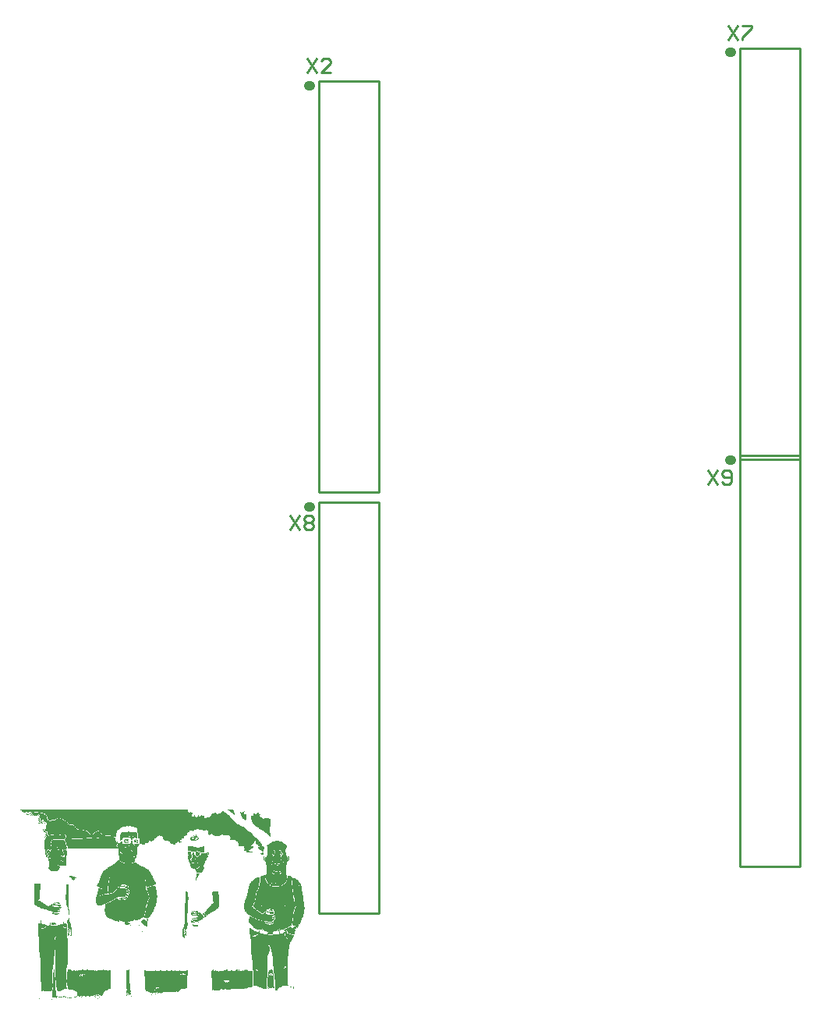
<source format=gto>
G04*
G04 #@! TF.GenerationSoftware,Altium Limited,Altium Designer,24.4.1 (13)*
G04*
G04 Layer_Color=65535*
%FSLAX25Y25*%
%MOIN*%
G70*
G04*
G04 #@! TF.SameCoordinates,596A526C-B165-46D2-86D2-354CEF31AD50*
G04*
G04*
G04 #@! TF.FilePolarity,Positive*
G04*
G01*
G75*
%ADD10C,0.03937*%
%ADD11C,0.01000*%
G36*
X81333Y134056D02*
X81140D01*
Y134249D01*
X80947D01*
Y134442D01*
X81333D01*
Y134056D01*
D02*
G37*
G36*
X177188Y134249D02*
X176995D01*
Y134056D01*
X176801D01*
Y133283D01*
X177768D01*
Y130964D01*
X177574D01*
Y130771D01*
X177188D01*
Y130964D01*
X176801D01*
Y131157D01*
X176608D01*
Y131351D01*
X176415D01*
Y131737D01*
X176222D01*
Y131930D01*
X176028D01*
Y132123D01*
Y132317D01*
X175835D01*
Y132510D01*
X175642D01*
Y132896D01*
X175449D01*
Y133476D01*
X175255D01*
Y134249D01*
X175449D01*
Y134056D01*
X175642D01*
Y133863D01*
X176222D01*
Y134056D01*
X176415D01*
Y134249D01*
X176608D01*
Y134442D01*
X176801D01*
Y134636D01*
X177188D01*
Y134249D01*
D02*
G37*
G36*
X85778Y133669D02*
X85971D01*
Y133476D01*
X85778D01*
Y133669D01*
X85585D01*
Y133863D01*
X85778D01*
Y133669D01*
D02*
G37*
G36*
X182985Y133863D02*
X183179D01*
Y133476D01*
X183372D01*
Y133283D01*
X183952D01*
Y133090D01*
X183758D01*
Y132896D01*
X183565D01*
Y132703D01*
X183372D01*
Y132510D01*
X183565D01*
Y132317D01*
X183758D01*
Y132123D01*
X183952D01*
Y131930D01*
X184531D01*
Y132123D01*
X184725D01*
Y131544D01*
X184918D01*
Y131351D01*
X185111D01*
Y131157D01*
X185304D01*
Y131351D01*
X185498D01*
Y131544D01*
X185691D01*
Y131737D01*
X185884D01*
Y131930D01*
X186078D01*
Y131737D01*
X186271D01*
Y131544D01*
X186657D01*
Y131737D01*
X186851D01*
Y131930D01*
X187044D01*
Y131737D01*
X187624D01*
Y131351D01*
X187817D01*
Y131157D01*
X188397D01*
Y129611D01*
X188203D01*
Y128065D01*
X188010D01*
Y125166D01*
X188203D01*
Y123620D01*
X187817D01*
Y123813D01*
X187624D01*
Y124200D01*
X187430D01*
Y124393D01*
X187237D01*
Y124586D01*
X187044D01*
Y124780D01*
X186851D01*
Y124973D01*
X186657D01*
Y125166D01*
X186464D01*
Y125359D01*
X186078D01*
Y125553D01*
X185884D01*
Y125746D01*
X185498D01*
Y125939D01*
X185111D01*
Y126133D01*
X184725D01*
Y126326D01*
X184531D01*
Y126519D01*
X184145D01*
Y126712D01*
X183952D01*
Y126906D01*
X183565D01*
Y127099D01*
X183372D01*
Y127292D01*
X183179D01*
Y127485D01*
X182792D01*
Y127679D01*
X182599D01*
Y127872D01*
X182212D01*
Y128065D01*
X182019D01*
Y128258D01*
X181826D01*
Y128452D01*
X181633D01*
Y128645D01*
X181246D01*
Y128838D01*
X181053D01*
Y129031D01*
X180860D01*
Y129225D01*
X180666D01*
Y129418D01*
X180473D01*
Y129998D01*
X180280D01*
Y130964D01*
X180087D01*
Y132703D01*
X180280D01*
Y132510D01*
X180473D01*
Y132703D01*
X180860D01*
Y133090D01*
X181053D01*
Y133669D01*
X181246D01*
Y133476D01*
X181439D01*
Y133283D01*
X182406D01*
Y133476D01*
X182599D01*
Y133863D01*
X182792D01*
Y134056D01*
X182985D01*
Y133863D01*
D02*
G37*
G36*
X172163Y135216D02*
X172356D01*
Y135022D01*
X172550D01*
Y134636D01*
X172743D01*
Y134056D01*
X172936D01*
Y132896D01*
X172743D01*
Y133090D01*
X172550D01*
Y133283D01*
X172356D01*
Y133476D01*
X171970D01*
Y133669D01*
X171777D01*
Y133863D01*
X171583D01*
Y134056D01*
X171390D01*
Y134249D01*
X171004D01*
Y134442D01*
X170810D01*
Y134636D01*
X170617D01*
Y134829D01*
X170424D01*
Y135022D01*
X170037D01*
Y135216D01*
X169844D01*
Y135409D01*
X172163D01*
Y135216D01*
D02*
G37*
G36*
X84039Y133669D02*
X84425D01*
Y133476D01*
X84232D01*
Y133283D01*
X84425D01*
X84619Y133476D01*
Y133283D01*
X84812D01*
Y133669D01*
X85198D01*
Y133476D01*
X85392D01*
Y133283D01*
X85005D01*
Y133090D01*
X84619D01*
Y132896D01*
X84425D01*
Y133090D01*
X83846D01*
Y133283D01*
X84039D01*
Y133476D01*
X83652D01*
Y133669D01*
X83846D01*
Y133863D01*
X84039D01*
Y133669D01*
D02*
G37*
G36*
X89257Y132703D02*
X89064D01*
Y132896D01*
X89257D01*
Y132703D01*
D02*
G37*
G36*
X85392Y133669D02*
X85585D01*
Y133476D01*
X85778D01*
Y133283D01*
X86165D01*
Y133090D01*
X86358D01*
Y132896D01*
X86551D01*
Y132703D01*
X86358D01*
Y132896D01*
X85971D01*
Y133090D01*
X85778D01*
Y133283D01*
X85585D01*
Y133476D01*
X85392D01*
Y133669D01*
X85198D01*
Y133863D01*
X85392D01*
Y133669D01*
D02*
G37*
G36*
X85971Y132703D02*
X85585D01*
Y132896D01*
X85971D01*
Y132703D01*
D02*
G37*
G36*
X89064Y132317D02*
X88870D01*
Y132703D01*
X89064D01*
Y132317D01*
D02*
G37*
G36*
X90996Y130384D02*
X91189D01*
Y129998D01*
X90996D01*
Y130191D01*
X90610D01*
Y130384D01*
X90803D01*
Y130577D01*
Y130771D01*
X90996D01*
Y130384D01*
D02*
G37*
G36*
X90610Y129998D02*
X90223D01*
Y130191D01*
X90610D01*
Y129998D01*
D02*
G37*
G36*
X89257Y129804D02*
X89064D01*
Y129998D01*
X89257D01*
Y129804D01*
D02*
G37*
G36*
X90996Y129611D02*
X90803D01*
Y129804D01*
X90996D01*
Y129611D01*
D02*
G37*
G36*
X91962Y129418D02*
X91576D01*
Y129611D01*
X91962D01*
Y129418D01*
D02*
G37*
G36*
X89643Y129611D02*
X90030D01*
Y129418D01*
X89643D01*
Y129611D01*
X89450D01*
Y129804D01*
X89643D01*
Y129611D01*
D02*
G37*
G36*
X89450Y129418D02*
X89064D01*
Y129611D01*
X89450D01*
Y129418D01*
D02*
G37*
G36*
Y131351D02*
X89643D01*
Y131157D01*
X89450D01*
Y130577D01*
Y130384D01*
X89643D01*
Y130191D01*
X90030D01*
Y129998D01*
X90223D01*
Y129804D01*
X90610D01*
Y129611D01*
X90803D01*
Y129418D01*
X90610D01*
Y129225D01*
X90416D01*
Y129418D01*
X90223D01*
Y129611D01*
X90030D01*
Y129998D01*
X89643D01*
Y130191D01*
X89450D01*
Y129998D01*
X89257D01*
Y130191D01*
X89064D01*
Y130384D01*
X89257D01*
Y130577D01*
X89064D01*
Y130964D01*
X89257D01*
Y131351D01*
X89064D01*
Y131544D01*
X89450D01*
Y131351D01*
D02*
G37*
G36*
X129067Y125746D02*
X129261D01*
Y125553D01*
X129454D01*
Y125746D01*
X130613D01*
Y125553D01*
X131000D01*
Y125359D01*
X131193D01*
Y124780D01*
X131386D01*
Y123040D01*
X130613D01*
Y123234D01*
X130420D01*
Y123040D01*
X130227D01*
Y123234D01*
X129840D01*
Y123040D01*
X129261D01*
Y122461D01*
X128488D01*
Y123040D01*
X128294D01*
Y123234D01*
X125202D01*
Y123040D01*
X125009D01*
Y122654D01*
X124816D01*
Y122461D01*
X124622D01*
Y122267D01*
X124236D01*
Y122074D01*
X124043D01*
Y124393D01*
Y124586D01*
X124236D01*
Y125166D01*
X124429D01*
Y125359D01*
X124622D01*
Y125553D01*
X124816D01*
Y125746D01*
X127328D01*
Y125939D01*
X127908D01*
Y125746D01*
X128874D01*
Y125939D01*
X129067D01*
Y125746D01*
D02*
G37*
G36*
X91189Y126906D02*
Y126712D01*
X91383D01*
Y126326D01*
X91576D01*
Y126133D01*
X91769D01*
Y125553D01*
X91576D01*
Y125746D01*
X91383D01*
Y126133D01*
X91189D01*
Y126326D01*
X90996D01*
Y126712D01*
X90803D01*
Y127099D01*
X91189D01*
Y126906D01*
D02*
G37*
G36*
X92542Y124973D02*
X92735D01*
Y124586D01*
X92929D01*
Y124393D01*
X93122D01*
Y124007D01*
X92349D01*
Y123813D01*
X92156D01*
Y124200D01*
X91962D01*
Y124780D01*
X92156D01*
Y124200D01*
X92542D01*
Y124393D01*
X92349D01*
Y124780D01*
X92156D01*
Y124973D01*
X92349D01*
Y125359D01*
X91962D01*
Y125553D01*
X92349D01*
Y125746D01*
X92542D01*
Y124973D01*
D02*
G37*
G36*
X156509Y124007D02*
X156123D01*
Y124200D01*
X155736D01*
Y124007D01*
X156123D01*
Y123813D01*
X156896D01*
Y123620D01*
X157089D01*
Y123427D01*
X157283D01*
Y123234D01*
X157476D01*
Y122654D01*
X157283D01*
Y122461D01*
X156896D01*
Y122267D01*
X156509D01*
Y122074D01*
X155736D01*
Y121881D01*
X154577D01*
Y122074D01*
X154384D01*
Y122267D01*
X154191D01*
Y122461D01*
X153997D01*
Y123234D01*
X154191D01*
Y123427D01*
X154384D01*
Y123620D01*
X155543D01*
Y123813D01*
X155157D01*
Y124200D01*
X155350D01*
Y124393D01*
X156316D01*
Y124586D01*
X156509D01*
Y124007D01*
D02*
G37*
G36*
X91962Y123813D02*
X92156D01*
Y123620D01*
X91962D01*
Y123813D01*
X91769D01*
Y124007D01*
Y124200D01*
X91962D01*
Y123813D01*
D02*
G37*
G36*
Y123427D02*
X91769D01*
Y123234D01*
X91576D01*
Y123620D01*
X91962D01*
Y123427D01*
D02*
G37*
G36*
X131386Y122461D02*
X131580D01*
Y121108D01*
X131000D01*
Y121301D01*
X129840D01*
Y121881D01*
X130034D01*
Y122074D01*
X129840D01*
Y122461D01*
X130613D01*
Y122654D01*
X131000D01*
Y122461D01*
X131193D01*
Y122654D01*
X131386D01*
Y122461D01*
D02*
G37*
G36*
X127715D02*
X127908D01*
Y122267D01*
X127715D01*
Y122074D01*
X127521D01*
Y122267D01*
X127135D01*
Y122461D01*
X126748D01*
Y122267D01*
X127135D01*
Y122074D01*
X127521D01*
Y121494D01*
X127715D01*
Y121108D01*
X125782D01*
Y121301D01*
X125589D01*
Y122267D01*
X125782D01*
Y122654D01*
X127715D01*
Y122461D01*
D02*
G37*
G36*
X129067Y121881D02*
X129261D01*
Y120721D01*
X129454D01*
Y120528D01*
X129647D01*
Y120335D01*
X129840D01*
Y120142D01*
X130034D01*
Y119948D01*
X130227D01*
Y119369D01*
X130420D01*
Y119948D01*
X130227D01*
Y120142D01*
X130034D01*
Y120335D01*
X129840D01*
Y120528D01*
X131773D01*
Y119755D01*
X131580D01*
Y119369D01*
X131193D01*
Y119175D01*
X131386D01*
Y117050D01*
X131193D01*
Y116083D01*
X131000D01*
Y115310D01*
X130807D01*
Y114731D01*
X130613D01*
Y114151D01*
X130420D01*
Y113571D01*
X130227D01*
Y112798D01*
X130034D01*
Y112605D01*
X130807D01*
Y112411D01*
X131193D01*
Y112218D01*
X131386D01*
Y112025D01*
X131773D01*
Y111832D01*
X131966D01*
Y111638D01*
X132159D01*
Y111445D01*
X132546D01*
Y111252D01*
X132932D01*
Y111059D01*
X133319D01*
Y110865D01*
X133899D01*
Y110672D01*
X134285D01*
Y110479D01*
X134672D01*
Y110286D01*
X135058D01*
Y110092D01*
X135445D01*
Y109899D01*
X135638D01*
Y109706D01*
X135831D01*
Y109513D01*
X136218D01*
Y109319D01*
X136411D01*
Y108933D01*
X136604D01*
Y108740D01*
X136797D01*
Y108353D01*
X136991D01*
Y107967D01*
X137184D01*
Y107580D01*
X137377D01*
Y107194D01*
X137571D01*
Y106807D01*
X137764D01*
Y106421D01*
X137957D01*
Y106034D01*
X138150D01*
Y105648D01*
X138344D01*
Y105454D01*
X138537D01*
Y105068D01*
X138730D01*
Y104681D01*
X138923D01*
Y104295D01*
X139117D01*
Y103908D01*
X139310D01*
Y103135D01*
X138730D01*
Y102942D01*
X137957D01*
Y102749D01*
D01*
D01*
X138923D01*
Y102169D01*
X139117D01*
Y101589D01*
X139310D01*
Y100816D01*
X139503D01*
Y100236D01*
X139696D01*
Y98690D01*
X139890D01*
Y97531D01*
X139696D01*
Y96178D01*
X139503D01*
Y95598D01*
Y95405D01*
Y95212D01*
X139310D01*
Y94439D01*
X139117D01*
Y93859D01*
X138923D01*
Y93472D01*
X138730D01*
Y92893D01*
X138537D01*
Y92506D01*
X138344D01*
Y92120D01*
X138150D01*
Y91733D01*
X137957D01*
Y91540D01*
X137764D01*
Y91153D01*
X137571D01*
Y90767D01*
X137377D01*
Y90574D01*
X137184D01*
Y90187D01*
X136991D01*
Y89801D01*
X136797D01*
Y89607D01*
X136604D01*
Y89221D01*
X136411D01*
Y89028D01*
X136218D01*
Y88834D01*
X135638D01*
Y88641D01*
X135831D01*
Y88448D01*
X136024D01*
Y87868D01*
X135831D01*
Y87675D01*
X135445D01*
Y87868D01*
X135251D01*
Y88255D01*
X135445D01*
Y88448D01*
X135638D01*
Y88641D01*
X135251D01*
Y88834D01*
X134672D01*
Y89028D01*
X134285D01*
Y89801D01*
X134478D01*
Y90574D01*
X134285D01*
Y89994D01*
X134092D01*
Y89414D01*
X133899D01*
Y89221D01*
X133512D01*
Y89028D01*
X133319D01*
Y88834D01*
X132932D01*
Y88641D01*
X132739D01*
Y88448D01*
X132353D01*
Y88255D01*
X131580D01*
Y88061D01*
X130420D01*
Y88255D01*
X130034D01*
Y88061D01*
X129840D01*
Y87868D01*
X129454D01*
Y87675D01*
X128874D01*
Y87482D01*
X128294D01*
Y87288D01*
X127328D01*
Y87095D01*
X127908D01*
Y86709D01*
X128101D01*
Y86129D01*
X127715D01*
Y85935D01*
X126169D01*
Y86129D01*
X125782D01*
Y87288D01*
X124816D01*
Y87482D01*
X124236D01*
Y87675D01*
X124043D01*
Y87482D01*
X123656D01*
Y87288D01*
X122883D01*
Y87482D01*
X121917D01*
Y87675D01*
X121530D01*
Y87868D01*
X121144D01*
Y88061D01*
X120757D01*
Y88255D01*
X120564D01*
Y88448D01*
X120371D01*
Y88641D01*
X119984D01*
Y88448D01*
X119791D01*
Y88641D01*
X119211D01*
Y88834D01*
X118825D01*
Y89028D01*
X118632D01*
Y89221D01*
X118438D01*
Y89414D01*
X118245D01*
Y89607D01*
X118052D01*
Y89801D01*
X117859D01*
Y90187D01*
X117665D01*
Y90767D01*
X117472D01*
Y91733D01*
X117279D01*
Y92893D01*
X117472D01*
Y94052D01*
X117665D01*
Y94825D01*
X117859D01*
Y95019D01*
X117279D01*
Y94825D01*
X116892D01*
Y94632D01*
X116313D01*
Y94439D01*
X115733D01*
Y94245D01*
X114573D01*
Y94439D01*
X114187D01*
Y94632D01*
X113994D01*
Y94825D01*
X113800D01*
Y95212D01*
X113607D01*
Y97917D01*
X113800D01*
Y98497D01*
X113994D01*
Y99077D01*
X114187D01*
Y99850D01*
X114380D01*
Y100430D01*
X114573D01*
Y101589D01*
X114767D01*
Y101782D01*
X115153D01*
Y101589D01*
X115733D01*
Y101396D01*
X116313D01*
Y101589D01*
X115733D01*
Y101782D01*
X115153D01*
Y101976D01*
X114767D01*
Y102169D01*
X114380D01*
Y102362D01*
X114187D01*
Y102556D01*
X113994D01*
Y102942D01*
X114187D01*
Y103329D01*
X114380D01*
Y103715D01*
X114573D01*
Y104102D01*
X114767D01*
Y104488D01*
X114960D01*
Y104875D01*
X115153D01*
Y105454D01*
X115346D01*
Y105841D01*
X115540D01*
Y106421D01*
X115733D01*
Y107000D01*
X115926D01*
Y107580D01*
X116119D01*
Y107967D01*
X116313D01*
Y108353D01*
X116506D01*
Y108546D01*
X116699D01*
Y108933D01*
X116892D01*
Y109126D01*
X117086D01*
Y109319D01*
X117472D01*
Y109513D01*
X117665D01*
Y109706D01*
X117859D01*
Y109899D01*
X118052D01*
Y110092D01*
X118438D01*
Y110286D01*
X118632D01*
Y110479D01*
X119018D01*
Y110672D01*
X119211D01*
Y110865D01*
X119598D01*
Y111059D01*
X119984D01*
Y111252D01*
X120178D01*
Y111445D01*
X120564D01*
Y111638D01*
X120951D01*
Y111832D01*
X121144D01*
Y112025D01*
X121530D01*
Y112218D01*
X121724D01*
Y112411D01*
X121917D01*
Y112605D01*
X122303D01*
Y112798D01*
X122497D01*
Y112991D01*
X122690D01*
Y113184D01*
X122883D01*
Y113378D01*
X123076D01*
Y113571D01*
X123463D01*
Y113378D01*
X123656D01*
Y113184D01*
X123849D01*
Y112991D01*
X124236D01*
Y112798D01*
X124622D01*
Y112605D01*
X125009D01*
Y112798D01*
X124622D01*
Y112991D01*
X124236D01*
Y113184D01*
X123849D01*
Y113378D01*
X123656D01*
Y113571D01*
X123463D01*
Y115697D01*
X123270D01*
Y118596D01*
X123076D01*
Y119369D01*
X122883D01*
Y119562D01*
X122497D01*
Y119948D01*
X122303D01*
Y121301D01*
X122497D01*
Y121494D01*
X122883D01*
Y121301D01*
X123076D01*
Y120915D01*
X123656D01*
Y121108D01*
X124043D01*
Y121301D01*
X124236D01*
Y121494D01*
X124622D01*
Y121688D01*
X125009D01*
Y120721D01*
X125396D01*
Y120528D01*
X126362D01*
Y120721D01*
X128294D01*
Y120915D01*
X128488D01*
Y121881D01*
X128681D01*
Y122074D01*
X129067D01*
Y121881D01*
D02*
G37*
G36*
X159988Y118209D02*
X159795D01*
Y117243D01*
X159988D01*
Y117050D01*
X159795D01*
Y116856D01*
X158635D01*
Y117050D01*
X158249D01*
Y117243D01*
X157669D01*
Y117436D01*
X157089D01*
Y117629D01*
X156509D01*
Y117436D01*
X157089D01*
Y117243D01*
X157283D01*
Y116856D01*
X157476D01*
Y117243D01*
X157669D01*
Y117050D01*
X158056D01*
Y116856D01*
X158249D01*
Y116663D01*
X158056D01*
Y115697D01*
X158249D01*
Y116083D01*
X158442D01*
Y116663D01*
X160568D01*
Y116470D01*
X160954D01*
Y116856D01*
X161148D01*
Y117050D01*
X161534D01*
Y117243D01*
X161727D01*
Y117050D01*
X161921D01*
Y115890D01*
X161727D01*
Y115310D01*
X161534D01*
Y115117D01*
X161341D01*
Y114924D01*
X161148D01*
Y114731D01*
X160954D01*
Y114151D01*
X160761D01*
Y113571D01*
X160568D01*
Y113184D01*
X160375D01*
Y112798D01*
X160181D01*
Y112411D01*
X159988D01*
Y112218D01*
X159795D01*
Y111638D01*
X159602D01*
Y110672D01*
X159795D01*
Y110092D01*
X159602D01*
Y109319D01*
X159408D01*
Y108933D01*
X159215D01*
Y108740D01*
X159022D01*
Y108546D01*
X158829D01*
Y108353D01*
X158442D01*
Y108160D01*
X156703D01*
Y108546D01*
X156509D01*
Y109126D01*
X156316D01*
Y109319D01*
X156123D01*
Y109706D01*
X155930D01*
Y109899D01*
X156509D01*
Y110092D01*
X154770D01*
Y110286D01*
X154191D01*
Y110865D01*
X153997D01*
Y111445D01*
X153804D01*
Y112411D01*
X153611D01*
Y112991D01*
X153418D01*
Y113571D01*
X153224D01*
Y113958D01*
X153031D01*
Y114344D01*
X152838D01*
Y114924D01*
X153031D01*
Y115504D01*
X154191D01*
Y115697D01*
X153224D01*
Y115890D01*
X153031D01*
Y116083D01*
X152838D01*
Y117243D01*
X153031D01*
Y117436D01*
X154191D01*
Y117243D01*
X154384D01*
Y116083D01*
X154191D01*
Y115697D01*
X154384D01*
Y115890D01*
X154577D01*
Y114731D01*
X154770D01*
Y115697D01*
X154964D01*
Y115890D01*
X154577D01*
Y116277D01*
X154770D01*
Y117050D01*
X155736D01*
Y115890D01*
X155930D01*
Y115504D01*
X156123D01*
Y115310D01*
X156509D01*
Y115504D01*
X156316D01*
Y115890D01*
X156123D01*
Y117050D01*
X156316D01*
Y117243D01*
X156509D01*
Y117436D01*
X155930D01*
Y117243D01*
X154577D01*
Y117436D01*
X154191D01*
Y117629D01*
X152838D01*
Y119369D01*
X153031D01*
Y119755D01*
X154770D01*
Y119562D01*
X155350D01*
Y119369D01*
X155930D01*
Y119175D01*
X156509D01*
Y118982D01*
X158056D01*
Y119175D01*
X158635D01*
Y119369D01*
X159215D01*
Y119562D01*
X159602D01*
Y119755D01*
X159988D01*
Y118209D01*
D02*
G37*
G36*
X153224Y135216D02*
X153031D01*
Y135022D01*
X152838D01*
Y134636D01*
X153031D01*
Y134249D01*
X153224D01*
Y133863D01*
X153611D01*
Y134056D01*
X153804D01*
Y134249D01*
X154384D01*
Y134056D01*
X154577D01*
Y133863D01*
X154770D01*
Y133283D01*
X154577D01*
Y132317D01*
X155543D01*
Y132703D01*
X155736D01*
Y132896D01*
X155930D01*
Y132317D01*
X156123D01*
Y131930D01*
X156703D01*
Y132123D01*
X156896D01*
Y132317D01*
X157089D01*
Y132703D01*
X157283D01*
Y132896D01*
X157476D01*
Y132703D01*
X157669D01*
Y132317D01*
X158249D01*
Y132510D01*
X158442D01*
Y132703D01*
X158635D01*
Y132896D01*
X158829D01*
Y132703D01*
X159795D01*
Y131930D01*
X159988D01*
Y131737D01*
X160181D01*
Y131544D01*
X160568D01*
Y131737D01*
X160954D01*
Y131930D01*
X161148D01*
Y132317D01*
X161341D01*
Y132123D01*
X161534D01*
Y131930D01*
X162114D01*
Y132123D01*
X162307D01*
Y132317D01*
X162501D01*
Y132510D01*
X162694D01*
Y132703D01*
X162887D01*
Y132896D01*
X163080D01*
Y133283D01*
X163274D01*
Y133476D01*
X163853D01*
Y133283D01*
X164047D01*
Y133476D01*
X164240D01*
Y133863D01*
X165013D01*
Y133476D01*
X165206D01*
Y133283D01*
X165979D01*
Y133669D01*
X166366D01*
Y133476D01*
X166945D01*
Y133863D01*
X167139D01*
Y134442D01*
X167525D01*
Y134636D01*
X168105D01*
Y134442D01*
X168298D01*
Y134249D01*
X168685D01*
Y134056D01*
X168878D01*
Y133863D01*
X169264D01*
Y133669D01*
X169458D01*
Y133476D01*
X169651D01*
Y133283D01*
X170037D01*
Y133090D01*
X170231D01*
Y132896D01*
X170424D01*
Y132703D01*
X170617D01*
Y132510D01*
X170810D01*
Y132317D01*
X171004D01*
Y132123D01*
X171197D01*
Y131737D01*
X171390D01*
Y131544D01*
X171583D01*
Y131351D01*
X171777D01*
Y131157D01*
X171970D01*
Y130964D01*
X172163D01*
Y130771D01*
X172356D01*
Y130577D01*
X172550D01*
Y130384D01*
X172743D01*
Y130191D01*
X172936D01*
Y129998D01*
X173129D01*
Y129804D01*
X173323D01*
Y129611D01*
X173516D01*
Y129418D01*
X173709D01*
Y129225D01*
X173902D01*
Y129031D01*
X174289D01*
Y128838D01*
X174869D01*
Y128645D01*
X175255D01*
Y128452D01*
X175642D01*
Y128258D01*
X176028D01*
Y128065D01*
X176415D01*
Y127872D01*
X176801D01*
Y127679D01*
X177188D01*
Y127485D01*
X177381D01*
Y127292D01*
X177574D01*
Y127099D01*
X177768D01*
Y126712D01*
X177961D01*
Y126519D01*
X178154D01*
Y126326D01*
X178347D01*
Y126133D01*
X178734D01*
Y125939D01*
X179314D01*
Y125746D01*
X179700D01*
Y125553D01*
X179893D01*
Y125359D01*
X180087D01*
Y125166D01*
X180280D01*
Y124973D01*
X180473D01*
Y124586D01*
X180666D01*
Y124393D01*
X180860D01*
Y124007D01*
X181053D01*
Y123813D01*
X181246D01*
Y123620D01*
X181439D01*
Y123427D01*
X181826D01*
Y123234D01*
X182212D01*
Y123040D01*
X182406D01*
Y122847D01*
X182599D01*
Y122654D01*
X182792D01*
Y122461D01*
X182985D01*
Y122267D01*
X183179D01*
Y122074D01*
X183372D01*
Y121688D01*
X183565D01*
Y121494D01*
X183758D01*
Y121301D01*
X183952D01*
Y120915D01*
X184145D01*
Y120721D01*
X184338D01*
Y120528D01*
X184531D01*
Y120142D01*
X184725D01*
Y119755D01*
X184918D01*
Y119562D01*
X185111D01*
Y119369D01*
X185498D01*
Y118982D01*
X185691D01*
Y118789D01*
X185498D01*
Y118209D01*
X185304D01*
Y117436D01*
X184725D01*
Y117629D01*
X184338D01*
Y117823D01*
X183952D01*
Y118016D01*
X183565D01*
Y118402D01*
X183372D01*
Y118596D01*
X183179D01*
Y118789D01*
X182985D01*
Y118982D01*
X182792D01*
Y119175D01*
X182985D01*
Y119369D01*
X183565D01*
Y119562D01*
X183372D01*
Y119755D01*
X182985D01*
Y119948D01*
X182792D01*
Y120142D01*
X182599D01*
Y120335D01*
X182406D01*
Y120528D01*
X182212D01*
Y120721D01*
X182019D01*
Y121108D01*
X181826D01*
Y121881D01*
X181633D01*
Y122267D01*
X181439D01*
Y121494D01*
X181246D01*
Y121108D01*
X181053D01*
Y120915D01*
X180860D01*
Y120528D01*
X180666D01*
Y120335D01*
X180473D01*
Y120142D01*
X180280D01*
Y119948D01*
X180087D01*
Y119755D01*
X179893D01*
Y119369D01*
X180087D01*
Y119562D01*
X181053D01*
Y119369D01*
X180860D01*
Y118982D01*
X180473D01*
Y118789D01*
X180280D01*
Y118596D01*
X180087D01*
Y118402D01*
X179893D01*
Y118209D01*
X179700D01*
Y118016D01*
X179314D01*
Y117823D01*
X178927D01*
Y117629D01*
X179120D01*
Y117436D01*
X180473D01*
Y117050D01*
X180280D01*
Y116856D01*
X177961D01*
Y117050D01*
X177768D01*
Y117629D01*
X176995D01*
Y117823D01*
X176801D01*
Y118209D01*
X177188D01*
Y118596D01*
X176995D01*
Y118982D01*
X176801D01*
Y119175D01*
X176995D01*
Y119562D01*
X174869D01*
Y119755D01*
X174676D01*
Y119948D01*
X174482D01*
Y120335D01*
X174676D01*
Y120915D01*
X174482D01*
Y121108D01*
X174289D01*
Y121301D01*
X174096D01*
Y121494D01*
X173516D01*
Y122074D01*
X173129D01*
Y122267D01*
X172743D01*
Y122461D01*
X170810D01*
Y122654D01*
X171004D01*
Y122847D01*
X171197D01*
Y123427D01*
X171004D01*
Y123620D01*
X170810D01*
Y123813D01*
X170617D01*
Y124007D01*
X170424D01*
Y124200D01*
X170231D01*
Y124393D01*
X167912D01*
Y124586D01*
X167332D01*
Y124393D01*
X167139D01*
Y124200D01*
X166752D01*
Y124393D01*
X166559D01*
Y123813D01*
X165786D01*
Y124007D01*
X165206D01*
Y123813D01*
X164240D01*
Y124200D01*
X164047D01*
Y124393D01*
X163467D01*
Y124586D01*
X163274D01*
Y124973D01*
X162887D01*
Y124780D01*
X162694D01*
Y124586D01*
X162307D01*
Y124393D01*
X161921D01*
Y124586D01*
X161727D01*
Y125939D01*
X161534D01*
Y126133D01*
X161148D01*
Y126326D01*
X160954D01*
Y126519D01*
X160568D01*
Y126326D01*
X159408D01*
Y126519D01*
X159215D01*
Y126712D01*
X158249D01*
Y126519D01*
X157862D01*
Y126712D01*
X157476D01*
Y126906D01*
X156703D01*
Y126712D01*
X156123D01*
Y126519D01*
X155736D01*
Y126326D01*
X155350D01*
Y125939D01*
X154770D01*
Y126133D01*
X153611D01*
Y125553D01*
X152838D01*
Y125166D01*
X152645D01*
Y124200D01*
X152065D01*
Y124007D01*
X151485D01*
Y123813D01*
X151292D01*
Y123234D01*
X151098D01*
Y123040D01*
X150712D01*
Y122847D01*
X150325D01*
Y122654D01*
X150132D01*
Y122461D01*
X149746D01*
Y122074D01*
X149552D01*
Y121881D01*
X149746D01*
Y121688D01*
X149939D01*
Y121494D01*
X150132D01*
Y121301D01*
X149746D01*
Y121108D01*
X149166D01*
Y121301D01*
X148779D01*
Y121494D01*
X148586D01*
Y121301D01*
X148393D01*
Y121108D01*
X147813D01*
Y120915D01*
X147620D01*
Y120528D01*
X147427D01*
Y120335D01*
X146653D01*
Y120528D01*
X145880D01*
Y120721D01*
X145687D01*
Y120915D01*
X145494D01*
Y121108D01*
X145301D01*
Y121494D01*
X144914D01*
Y121688D01*
X144721D01*
Y121881D01*
X143368D01*
Y122074D01*
X142788D01*
Y122267D01*
X142595D01*
Y122654D01*
X142402D01*
Y122847D01*
X142209D01*
Y123234D01*
X142402D01*
Y123427D01*
X142209D01*
Y123620D01*
X142015D01*
Y123813D01*
X141242D01*
Y124007D01*
X140856D01*
Y124200D01*
X140663D01*
Y124007D01*
X140276D01*
Y123813D01*
X139890D01*
Y123620D01*
X139696D01*
Y123427D01*
X139503D01*
Y123234D01*
X139310D01*
Y123040D01*
X139117D01*
Y122847D01*
X138730D01*
Y122461D01*
X138344D01*
Y122074D01*
X138150D01*
Y121881D01*
X137571D01*
Y121688D01*
X136991D01*
Y121881D01*
X136797D01*
Y122074D01*
X136218D01*
Y121301D01*
X136024D01*
Y121108D01*
X135831D01*
Y120915D01*
X135251D01*
Y121108D01*
X134865D01*
Y120915D01*
X134672D01*
Y120721D01*
X134478D01*
Y120335D01*
X134285D01*
Y120142D01*
X133512D01*
Y120335D01*
X133126D01*
Y120528D01*
X132159D01*
Y120335D01*
X131966D01*
Y120721D01*
X132159D01*
Y123040D01*
X131580D01*
Y125166D01*
X131386D01*
Y125359D01*
X131193D01*
Y125939D01*
X131386D01*
Y127099D01*
X131193D01*
Y127292D01*
X131000D01*
Y127485D01*
X130420D01*
Y127679D01*
X130034D01*
Y127872D01*
X129454D01*
Y128065D01*
X128488D01*
Y128258D01*
X127521D01*
Y128065D01*
X127328D01*
Y128258D01*
X126748D01*
Y128065D01*
X125782D01*
Y127872D01*
X125009D01*
Y127679D01*
X124622D01*
Y127485D01*
X124236D01*
Y127292D01*
X123849D01*
Y127099D01*
X123656D01*
Y126906D01*
X123463D01*
Y126712D01*
X123270D01*
Y126519D01*
X123076D01*
Y126326D01*
X122883D01*
Y126133D01*
X122690D01*
Y125746D01*
X122497D01*
Y125359D01*
X122303D01*
Y124586D01*
X122110D01*
Y124393D01*
X120757D01*
Y124200D01*
X122110D01*
Y123620D01*
X121144D01*
Y123427D01*
D01*
D01*
X121917D01*
Y121881D01*
X122110D01*
Y120721D01*
X121917D01*
Y120528D01*
X122110D01*
Y119755D01*
X122303D01*
Y119562D01*
X122497D01*
Y119369D01*
X122690D01*
Y119175D01*
X122883D01*
Y118789D01*
X101432D01*
Y119562D01*
X101239D01*
Y119948D01*
X101045D01*
Y120335D01*
X100852D01*
Y121301D01*
X100659D01*
Y121494D01*
X100466D01*
Y122074D01*
X100272D01*
Y122654D01*
X95248D01*
Y122461D01*
X100079D01*
Y121881D01*
X100272D01*
Y121494D01*
X100466D01*
Y120915D01*
X100659D01*
Y120142D01*
X100852D01*
Y119755D01*
X101045D01*
Y119369D01*
X101239D01*
Y118596D01*
X101045D01*
Y117629D01*
X101239D01*
Y115504D01*
X101045D01*
Y114924D01*
X100852D01*
Y112218D01*
X101045D01*
Y111638D01*
X100852D01*
Y111445D01*
X100466D01*
Y111252D01*
X98147D01*
Y111445D01*
X97567D01*
Y111638D01*
X97180D01*
Y111445D01*
X97373D01*
Y111252D01*
X97953D01*
Y111059D01*
X98340D01*
Y110479D01*
X98147D01*
Y110286D01*
X97953D01*
Y110092D01*
X97760D01*
Y109706D01*
X97567D01*
Y109319D01*
X97373D01*
Y109126D01*
X96987D01*
Y108933D01*
X94475D01*
Y109126D01*
X94088D01*
Y109319D01*
X93895D01*
Y109513D01*
X93702D01*
Y109706D01*
X93508D01*
Y110092D01*
X93315D01*
Y110672D01*
X93508D01*
Y113378D01*
X93315D01*
Y113958D01*
X93122D01*
Y114537D01*
X92929D01*
Y114924D01*
X92542D01*
Y115117D01*
X92349D01*
Y115504D01*
X92156D01*
Y116083D01*
X91962D01*
Y117050D01*
X91769D01*
Y118402D01*
X91576D01*
Y122267D01*
X91769D01*
Y122847D01*
X91962D01*
Y123040D01*
X92156D01*
Y123427D01*
X92349D01*
Y123620D01*
X92735D01*
Y123813D01*
X93315D01*
Y124007D01*
X93702D01*
Y124200D01*
X93508D01*
Y124393D01*
X93315D01*
Y124586D01*
X93122D01*
Y124780D01*
X92929D01*
Y125939D01*
X92735D01*
Y126133D01*
X92542D01*
Y125939D01*
X91962D01*
Y126326D01*
X91769D01*
Y126712D01*
X91576D01*
Y127099D01*
X92156D01*
Y127485D01*
X92349D01*
Y128645D01*
X92542D01*
Y129611D01*
X92156D01*
Y129804D01*
X91769D01*
Y129998D01*
X91576D01*
Y130191D01*
X91383D01*
Y130577D01*
X91189D01*
Y130964D01*
X90610D01*
Y130771D01*
X90416D01*
Y130577D01*
X90223D01*
Y130384D01*
X89837D01*
Y131157D01*
X90030D01*
Y131351D01*
X89837D01*
Y131544D01*
X89643D01*
Y131737D01*
X89450D01*
Y131930D01*
X89257D01*
Y132317D01*
X89450D01*
Y133090D01*
X89257D01*
Y133283D01*
X89064D01*
Y133090D01*
X88870D01*
Y132896D01*
X88677D01*
Y132703D01*
X88484D01*
Y132510D01*
X88097D01*
Y132703D01*
X87131D01*
Y132510D01*
X86744D01*
Y132703D01*
X86938D01*
Y132896D01*
X86744D01*
Y133090D01*
X86551D01*
Y133283D01*
X86358D01*
Y133863D01*
X85971D01*
Y134056D01*
X85778D01*
Y134249D01*
X85005D01*
Y134056D01*
X84812D01*
Y133863D01*
X84425D01*
Y134056D01*
X84232D01*
Y134249D01*
X83652D01*
Y134056D01*
X83459D01*
Y133863D01*
X83266D01*
Y134056D01*
X82686D01*
Y134249D01*
X81720D01*
Y134442D01*
X81913D01*
Y134829D01*
X81140D01*
Y135409D01*
X153224D01*
Y135216D01*
D02*
G37*
G36*
X160375Y117243D02*
X160181D01*
Y117436D01*
X160375D01*
Y117243D01*
D02*
G37*
G36*
X160954Y117050D02*
X160761D01*
Y117243D01*
X160954D01*
Y117050D01*
D02*
G37*
G36*
X185304Y115697D02*
X185111D01*
Y115890D01*
X184918D01*
Y116083D01*
X184145D01*
Y116277D01*
X183952D01*
Y116663D01*
X184531D01*
Y116856D01*
X184918D01*
Y117050D01*
X185304D01*
Y115697D01*
D02*
G37*
G36*
X192069Y121688D02*
X192841D01*
Y121494D01*
X193228D01*
Y121301D01*
X193614D01*
Y121108D01*
X193808D01*
Y120915D01*
X194001D01*
Y120721D01*
X194387D01*
Y120528D01*
X194581D01*
Y120335D01*
X194774D01*
Y120142D01*
X194967D01*
Y119948D01*
X195160D01*
Y119755D01*
X195354D01*
Y119562D01*
X195160D01*
Y118982D01*
X194967D01*
Y118789D01*
X194774D01*
Y118402D01*
X194581D01*
Y117050D01*
X194774D01*
Y116083D01*
X194967D01*
Y115504D01*
X195160D01*
Y115117D01*
X195740D01*
Y115310D01*
X196320D01*
Y114537D01*
X196127D01*
Y113764D01*
X195934D01*
Y113378D01*
X195740D01*
Y113184D01*
X195547D01*
Y112991D01*
X195354D01*
Y112605D01*
X195160D01*
Y111638D01*
X194967D01*
Y110092D01*
X194774D01*
Y107580D01*
X194967D01*
Y107194D01*
X195160D01*
Y107000D01*
X195354D01*
Y106421D01*
X195160D01*
Y105068D01*
X195354D01*
Y106034D01*
X195547D01*
Y107000D01*
X196513D01*
Y106807D01*
X196900D01*
Y106614D01*
X197093D01*
Y106421D01*
X197286D01*
Y106227D01*
X197480D01*
Y106034D01*
X197673D01*
Y105841D01*
D01*
D01*
X197866D01*
Y106034D01*
X198446D01*
Y105841D01*
X198832D01*
Y105648D01*
X199219D01*
Y105454D01*
X199412D01*
Y105261D01*
X199799D01*
Y105068D01*
X199992D01*
Y104875D01*
X200185D01*
Y104488D01*
X200378D01*
Y104295D01*
X200572D01*
Y104102D01*
X200765D01*
Y103715D01*
X200958D01*
Y103522D01*
X201151D01*
Y103135D01*
X201345D01*
Y102556D01*
X201538D01*
Y101976D01*
X201731D01*
Y100430D01*
X201924D01*
Y98690D01*
X202118D01*
Y97338D01*
X202311D01*
Y95985D01*
X202504D01*
Y94825D01*
X202697D01*
Y93666D01*
X202891D01*
Y92506D01*
X202697D01*
Y91347D01*
X202504D01*
Y90574D01*
X202311D01*
Y89994D01*
X202118D01*
Y89414D01*
X201924D01*
Y88834D01*
X201731D01*
Y88448D01*
X201538D01*
Y88061D01*
X201345D01*
Y87675D01*
X201151D01*
Y87095D01*
X200958D01*
Y86709D01*
X200765D01*
Y86322D01*
X200572D01*
Y86129D01*
X200378D01*
Y85742D01*
X200185D01*
Y85356D01*
X199992D01*
Y84969D01*
X199799D01*
Y84776D01*
X199605D01*
Y84969D01*
X199412D01*
Y85163D01*
X199219D01*
Y85356D01*
X198832D01*
Y85549D01*
X198253D01*
Y85742D01*
X197866D01*
Y85935D01*
X197673D01*
Y86129D01*
X197480D01*
Y86515D01*
X197673D01*
Y87482D01*
X197480D01*
Y86709D01*
X197286D01*
Y86129D01*
X197093D01*
Y85742D01*
X196900D01*
Y85549D01*
X196707D01*
Y85356D01*
X196513D01*
Y85163D01*
X196900D01*
Y84969D01*
X197286D01*
Y84776D01*
X197480D01*
Y84583D01*
X197866D01*
Y84390D01*
X198059D01*
Y84196D01*
X198446D01*
Y84003D01*
X198832D01*
Y83423D01*
X198639D01*
Y82457D01*
X198446D01*
Y81877D01*
X197673D01*
Y82070D01*
X196900D01*
Y82264D01*
X196320D01*
Y82457D01*
X195934D01*
Y82650D01*
X195740D01*
Y82843D01*
X195547D01*
Y83423D01*
X195354D01*
Y83617D01*
X194774D01*
Y83423D01*
X194194D01*
Y83617D01*
X194001D01*
Y83810D01*
X194194D01*
Y84003D01*
X194581D01*
Y84196D01*
X195160D01*
Y84390D01*
X195354D01*
Y84583D01*
X195547D01*
Y84776D01*
X195160D01*
Y84583D01*
X194581D01*
Y84390D01*
X194194D01*
Y84196D01*
X193808D01*
Y84003D01*
X193228D01*
Y83810D01*
X192648D01*
Y83617D01*
X191875D01*
Y83423D01*
X191295D01*
Y83617D01*
X190909D01*
Y83423D01*
X190329D01*
Y83230D01*
X189749D01*
Y83037D01*
X188203D01*
Y82843D01*
X189170D01*
Y82070D01*
X187044D01*
Y82264D01*
X186851D01*
Y82843D01*
X187044D01*
Y82650D01*
X187237D01*
Y82843D01*
X187044D01*
Y83037D01*
X186464D01*
Y83230D01*
X185884D01*
Y83423D01*
X185498D01*
Y83617D01*
X185304D01*
Y83810D01*
X185111D01*
Y84003D01*
X184918D01*
Y84196D01*
X184725D01*
Y84390D01*
X184531D01*
Y84196D01*
X184725D01*
Y84003D01*
X184918D01*
Y83617D01*
X184531D01*
Y83810D01*
X183179D01*
Y84003D01*
X182406D01*
Y84196D01*
X182019D01*
Y84390D01*
X181633D01*
Y84583D01*
X181246D01*
Y84776D01*
X181053D01*
Y84969D01*
X180860D01*
Y85163D01*
X180666D01*
Y85356D01*
X180473D01*
Y85549D01*
X180280D01*
Y85935D01*
X180087D01*
Y86322D01*
X179893D01*
Y86129D01*
X179700D01*
Y86322D01*
X179507D01*
Y86515D01*
X179314D01*
Y86709D01*
X179120D01*
Y86902D01*
X178927D01*
Y88641D01*
X179120D01*
Y89221D01*
X179314D01*
Y89607D01*
X179893D01*
Y89414D01*
X180280D01*
Y89221D01*
X180666D01*
Y89028D01*
X181053D01*
Y88834D01*
X181439D01*
Y88641D01*
X181826D01*
Y88834D01*
X181439D01*
Y89028D01*
X181053D01*
Y89221D01*
X180666D01*
Y89414D01*
X180280D01*
Y89607D01*
X179893D01*
Y89801D01*
X179507D01*
Y89994D01*
X179314D01*
Y90187D01*
X178927D01*
Y90380D01*
X178734D01*
Y90574D01*
X178347D01*
Y90767D01*
X178154D01*
Y90960D01*
X177961D01*
Y91347D01*
X177768D01*
Y91540D01*
X177574D01*
Y91733D01*
X177381D01*
Y92120D01*
X177188D01*
Y92699D01*
X176995D01*
Y95212D01*
X177188D01*
Y95985D01*
X177381D01*
Y96565D01*
X177574D01*
Y97144D01*
X177768D01*
Y97724D01*
X177961D01*
Y98304D01*
X178154D01*
Y98884D01*
X178347D01*
Y99463D01*
X178541D01*
Y100236D01*
X178734D01*
Y101396D01*
X178927D01*
Y102749D01*
X179120D01*
Y103135D01*
X179314D01*
Y103522D01*
X179507D01*
Y103908D01*
X179700D01*
Y104102D01*
X179893D01*
Y104295D01*
X180087D01*
Y104488D01*
X180280D01*
Y104681D01*
X180473D01*
Y104875D01*
X180666D01*
Y105068D01*
X180860D01*
Y105261D01*
X181053D01*
Y105454D01*
X181246D01*
Y105648D01*
X181633D01*
Y105841D01*
X181826D01*
Y106034D01*
X182212D01*
Y106227D01*
X182792D01*
Y106421D01*
X183565D01*
Y104102D01*
X183758D01*
Y106614D01*
X184338D01*
Y106807D01*
X184725D01*
Y107000D01*
X185304D01*
Y107194D01*
X185884D01*
Y106034D01*
X186078D01*
Y105261D01*
X186271D01*
Y104681D01*
X186464D01*
Y104295D01*
X186657D01*
Y104102D01*
X186851D01*
Y103908D01*
X187044D01*
Y103715D01*
X187237D01*
Y103522D01*
X187430D01*
Y103329D01*
X187624D01*
Y103135D01*
X187817D01*
Y102942D01*
X188010D01*
Y102749D01*
X188397D01*
Y102556D01*
X188976D01*
Y102362D01*
X192069D01*
Y102556D01*
X188976D01*
Y102749D01*
X188397D01*
Y102942D01*
X188203D01*
Y103135D01*
X187817D01*
Y103329D01*
X187624D01*
Y103522D01*
X187430D01*
Y103715D01*
X187237D01*
Y103908D01*
X187044D01*
Y104102D01*
X186851D01*
Y104488D01*
X186657D01*
Y104875D01*
X186464D01*
Y105261D01*
X186271D01*
Y106034D01*
X186078D01*
Y107387D01*
X186271D01*
Y107580D01*
X186464D01*
Y107967D01*
X186657D01*
Y110479D01*
X186464D01*
Y111638D01*
X186271D01*
Y112798D01*
X186078D01*
Y112991D01*
X185884D01*
Y113184D01*
X185691D01*
Y113571D01*
X185498D01*
Y113764D01*
X185304D01*
Y114344D01*
X185111D01*
Y115117D01*
X185304D01*
Y115310D01*
X185691D01*
Y115117D01*
X185884D01*
Y114924D01*
D01*
D01*
X186464D01*
Y115117D01*
X186657D01*
Y115697D01*
X186851D01*
Y116856D01*
X187044D01*
Y117629D01*
X186851D01*
Y118402D01*
X187044D01*
Y119175D01*
X186851D01*
Y119755D01*
X186657D01*
Y119948D01*
X186851D01*
Y120142D01*
X187044D01*
Y120335D01*
X187430D01*
Y120528D01*
X187624D01*
Y120721D01*
X187817D01*
Y120915D01*
X188203D01*
Y121108D01*
X188590D01*
Y121301D01*
X188976D01*
Y121494D01*
X189556D01*
Y121688D01*
X190329D01*
Y121881D01*
X192069D01*
Y121688D01*
D02*
G37*
G36*
X158056Y107773D02*
X157862D01*
Y107580D01*
X157669D01*
Y107194D01*
X157476D01*
Y107000D01*
X157283D01*
Y106614D01*
X157089D01*
Y106227D01*
X156896D01*
Y105841D01*
X156703D01*
Y105454D01*
X156509D01*
Y105068D01*
X156316D01*
Y106421D01*
X156509D01*
Y107773D01*
X156703D01*
Y107967D01*
X158056D01*
Y107773D01*
D02*
G37*
G36*
X102398Y106807D02*
X103558D01*
Y106614D01*
X104524D01*
Y106421D01*
X105104D01*
Y106034D01*
X104911D01*
Y105841D01*
X104717D01*
Y105648D01*
X104524D01*
Y105454D01*
X104331D01*
Y105261D01*
X104138D01*
Y105068D01*
X103944D01*
Y105261D01*
X103751D01*
Y105454D01*
X103364D01*
Y105648D01*
X103171D01*
Y105841D01*
X102978D01*
Y106034D01*
X102785D01*
Y106227D01*
X102398D01*
Y106421D01*
X102205D01*
Y107000D01*
X102398D01*
Y106807D01*
D02*
G37*
G36*
X96214Y95019D02*
X95828D01*
Y95212D01*
X95634D01*
Y95405D01*
X96021D01*
Y95598D01*
X96214D01*
Y95019D01*
D02*
G37*
G36*
X97760Y95405D02*
X98147D01*
Y95212D01*
X98340D01*
Y95019D01*
X98147D01*
Y94825D01*
X96987D01*
Y95019D01*
X97180D01*
Y95405D01*
X96794D01*
Y95212D01*
X96601D01*
Y95598D01*
X97760D01*
Y95405D01*
D02*
G37*
G36*
X95441Y95019D02*
X95634D01*
Y94825D01*
X96214D01*
Y94632D01*
X98533D01*
Y93859D01*
X98340D01*
Y93666D01*
X97760D01*
Y93859D01*
X97567D01*
Y94052D01*
X97180D01*
Y94245D01*
X96794D01*
Y94439D01*
X95634D01*
Y94245D01*
X95248D01*
Y94439D01*
X95055D01*
Y94632D01*
X95248D01*
Y95212D01*
X95441D01*
Y95019D01*
D02*
G37*
G36*
X154964Y91540D02*
X155350D01*
Y91347D01*
X154770D01*
Y91540D01*
X154384D01*
Y91733D01*
X154577D01*
Y91926D01*
X154964D01*
Y91540D01*
D02*
G37*
G36*
X97567Y91153D02*
X97373D01*
Y91347D01*
X97567D01*
Y91153D01*
D02*
G37*
G36*
X156896Y91926D02*
X157283D01*
Y91540D01*
X157089D01*
Y91347D01*
X157476D01*
Y90574D01*
X157669D01*
Y91153D01*
X158249D01*
Y90960D01*
X158635D01*
Y90767D01*
X159022D01*
Y90380D01*
X159215D01*
Y90187D01*
X159408D01*
Y89801D01*
X159602D01*
Y89414D01*
X159795D01*
Y89028D01*
X159602D01*
Y88834D01*
X159408D01*
Y88641D01*
X159215D01*
Y88448D01*
X158829D01*
Y88255D01*
X158635D01*
Y88061D01*
X158442D01*
Y87868D01*
X158056D01*
Y87675D01*
X157669D01*
Y87482D01*
X157283D01*
Y87288D01*
X157476D01*
Y87095D01*
X157283D01*
Y86902D01*
X154964D01*
Y87095D01*
X154384D01*
Y87288D01*
X154191D01*
Y88061D01*
X154577D01*
Y87675D01*
X154770D01*
Y87482D01*
X155157D01*
Y87288D01*
X155930D01*
Y87095D01*
X157089D01*
Y87288D01*
X155930D01*
Y87482D01*
X155157D01*
Y87675D01*
X154770D01*
Y88061D01*
X155157D01*
Y87868D01*
X157089D01*
Y88061D01*
X155350D01*
Y88255D01*
X154577D01*
Y88641D01*
X155157D01*
Y88448D01*
X156896D01*
Y88641D01*
X155350D01*
Y88834D01*
X154770D01*
Y89028D01*
X156703D01*
Y89221D01*
X156896D01*
Y89414D01*
X157089D01*
Y89607D01*
X156896D01*
Y89801D01*
X154770D01*
Y89994D01*
X154577D01*
Y90187D01*
X156896D01*
Y90380D01*
X156703D01*
Y90574D01*
X156316D01*
Y90767D01*
X155543D01*
Y90574D01*
X154964D01*
Y90380D01*
X154191D01*
Y91347D01*
X154384D01*
Y91153D01*
X155543D01*
Y90960D01*
X156509D01*
Y91153D01*
X157089D01*
Y91347D01*
X155930D01*
Y91540D01*
X156123D01*
Y91926D01*
X155930D01*
Y91733D01*
X155350D01*
Y91926D01*
X155543D01*
Y92120D01*
X156896D01*
Y91926D01*
D02*
G37*
G36*
X89064Y103522D02*
X89837D01*
Y103329D01*
X90030D01*
Y102942D01*
X89837D01*
Y100816D01*
X89643D01*
Y99077D01*
X89450D01*
Y96951D01*
X89257D01*
Y96565D01*
X89064D01*
Y96178D01*
X89257D01*
Y96371D01*
X89450D01*
Y96178D01*
X90030D01*
Y95985D01*
X90416D01*
Y95792D01*
X90610D01*
Y95598D01*
X90996D01*
Y95405D01*
X91189D01*
Y95212D01*
X91383D01*
Y95019D01*
X91769D01*
Y94825D01*
X91962D01*
Y94632D01*
X92156D01*
Y94439D01*
X92542D01*
Y94245D01*
X92929D01*
Y94052D01*
X93702D01*
Y94245D01*
X94088D01*
Y94439D01*
X94281D01*
Y94632D01*
X94668D01*
Y94825D01*
X94861D01*
Y94245D01*
X95055D01*
Y94052D01*
X95248D01*
Y93859D01*
X95441D01*
Y93666D01*
X96214D01*
Y93472D01*
X98533D01*
Y93666D01*
X98726D01*
Y93472D01*
X98920D01*
Y93279D01*
X98726D01*
Y93086D01*
X97760D01*
Y92699D01*
X98533D01*
Y92506D01*
X98340D01*
Y92313D01*
X97180D01*
Y92120D01*
X98147D01*
Y91733D01*
X97953D01*
Y91540D01*
X97180D01*
Y91153D01*
X96987D01*
Y90960D01*
X97760D01*
Y90767D01*
X97567D01*
Y90574D01*
X97180D01*
Y90380D01*
X95828D01*
Y90574D01*
X95248D01*
Y90767D01*
X94861D01*
Y91153D01*
X94668D01*
Y91347D01*
X95055D01*
Y91153D01*
X95634D01*
Y90960D01*
X96794D01*
Y90767D01*
X96987D01*
Y90960D01*
X96794D01*
Y91153D01*
X95828D01*
Y91347D01*
X95248D01*
Y91540D01*
X94861D01*
Y91733D01*
X94475D01*
Y91926D01*
X93895D01*
Y92120D01*
X93315D01*
Y92313D01*
X92735D01*
Y92506D01*
X91962D01*
Y92699D01*
X91383D01*
Y92893D01*
X90803D01*
Y93086D01*
X90030D01*
Y93279D01*
X89643D01*
Y93472D01*
X89064D01*
Y93666D01*
X88677D01*
Y93859D01*
X88291D01*
Y94052D01*
X88097D01*
Y94245D01*
X87711D01*
Y94439D01*
X87517D01*
Y94632D01*
X87324D01*
Y95019D01*
X87131D01*
Y103522D01*
X87517D01*
Y103715D01*
X89064D01*
Y103522D01*
D02*
G37*
G36*
X101818Y95019D02*
X102012D01*
Y92699D01*
X102205D01*
Y90380D01*
X102012D01*
Y91540D01*
X101818D01*
Y92313D01*
X101625D01*
Y93086D01*
X101432D01*
Y93666D01*
X101239D01*
Y94439D01*
X101045D01*
Y95212D01*
X100852D01*
Y96758D01*
X100659D01*
Y98884D01*
X100852D01*
Y100623D01*
X101045D01*
Y103135D01*
X101239D01*
Y103329D01*
X101818D01*
Y95019D01*
D02*
G37*
G36*
X165786Y99850D02*
X165979D01*
Y98884D01*
X166172D01*
Y96951D01*
X166366D01*
Y94245D01*
Y94052D01*
Y93666D01*
X166172D01*
Y93472D01*
X165979D01*
Y93279D01*
X165786D01*
Y93086D01*
X165593D01*
Y92893D01*
X165206D01*
Y92699D01*
X165013D01*
Y92506D01*
X164820D01*
Y92313D01*
X164433D01*
Y92120D01*
X164047D01*
Y91926D01*
X163853D01*
Y91733D01*
X163467D01*
Y91540D01*
X163274D01*
Y91347D01*
X162887D01*
Y91153D01*
X162501D01*
Y90960D01*
X162307D01*
Y90767D01*
X161921D01*
Y90574D01*
X161727D01*
Y90380D01*
X161341D01*
Y90187D01*
X161148D01*
Y89994D01*
X160761D01*
Y90187D01*
X160568D01*
Y90380D01*
X160375D01*
Y90767D01*
X160181D01*
Y90960D01*
X159988D01*
Y91347D01*
X160181D01*
Y91540D01*
X160375D01*
Y91733D01*
X160568D01*
Y91926D01*
X160761D01*
Y92120D01*
X160954D01*
Y92506D01*
X161148D01*
Y92699D01*
X161341D01*
Y92893D01*
X161534D01*
Y93086D01*
X161727D01*
Y93279D01*
X161921D01*
Y93472D01*
X162114D01*
Y93666D01*
X162307D01*
Y93859D01*
X162501D01*
Y94052D01*
X162694D01*
Y94245D01*
X162887D01*
Y94632D01*
X163080D01*
Y94825D01*
X163274D01*
Y95019D01*
X163467D01*
Y95212D01*
X163853D01*
Y95405D01*
X164047D01*
Y95598D01*
X163853D01*
Y95985D01*
X163660D01*
Y96565D01*
X163467D01*
Y98690D01*
X163274D01*
Y100043D01*
X163467D01*
Y100236D01*
X164433D01*
Y100430D01*
X165786D01*
Y99850D01*
D02*
G37*
G36*
X159795Y90767D02*
X159988D01*
Y90574D01*
X160181D01*
Y90380D01*
X159988D01*
Y90187D01*
X160568D01*
Y89994D01*
X160761D01*
Y89607D01*
X160568D01*
Y89414D01*
X160181D01*
Y89221D01*
X159988D01*
Y89414D01*
X159795D01*
Y89994D01*
X159988D01*
Y90187D01*
X159602D01*
Y90380D01*
X159408D01*
Y90574D01*
X159215D01*
Y90960D01*
X159795D01*
Y90767D01*
D02*
G37*
G36*
X119984Y88061D02*
X119791D01*
Y88255D01*
X119984D01*
Y88061D01*
D02*
G37*
G36*
Y87482D02*
X119791D01*
Y87675D01*
X119984D01*
Y87482D01*
D02*
G37*
G36*
Y87095D02*
X119791D01*
Y87288D01*
X119984D01*
Y87095D01*
D02*
G37*
G36*
X123076Y86902D02*
X122883D01*
Y87095D01*
X123076D01*
Y86902D01*
D02*
G37*
G36*
X96214Y86322D02*
X96407D01*
Y86709D01*
X96601D01*
Y86129D01*
Y85935D01*
X96214D01*
Y86129D01*
X96021D01*
Y85935D01*
X94475D01*
Y86709D01*
X94668D01*
Y86902D01*
X96214D01*
Y86322D01*
D02*
G37*
G36*
X132159Y85742D02*
X131966D01*
Y85935D01*
X132159D01*
Y85742D01*
D02*
G37*
G36*
X128488D02*
X128294D01*
Y85935D01*
X128488D01*
Y85742D01*
D02*
G37*
G36*
X155157Y85935D02*
X157089D01*
Y85356D01*
X156509D01*
Y85163D01*
X155736D01*
Y85356D01*
X155157D01*
Y85549D01*
X154964D01*
Y86129D01*
X155157D01*
Y85935D01*
D02*
G37*
G36*
X134092Y88255D02*
X134478D01*
Y88061D01*
X134865D01*
Y87868D01*
X135058D01*
Y87675D01*
X135251D01*
Y87482D01*
X135638D01*
Y85549D01*
X135445D01*
Y85163D01*
X135251D01*
Y85356D01*
X134865D01*
Y85549D01*
X134478D01*
Y85742D01*
X134092D01*
Y85935D01*
X133899D01*
Y86129D01*
X133705D01*
Y86322D01*
X133512D01*
Y86515D01*
X133319D01*
Y86709D01*
X133126D01*
Y86902D01*
X132932D01*
Y87675D01*
X133126D01*
Y87868D01*
X133319D01*
Y88061D01*
X133512D01*
Y88255D01*
X133705D01*
Y88448D01*
X134092D01*
Y88255D01*
D02*
G37*
G36*
X134285Y85163D02*
X134092D01*
Y85356D01*
X134285D01*
Y85163D01*
D02*
G37*
G36*
X134672Y84969D02*
X134478D01*
Y85163D01*
X134672D01*
Y84969D01*
D02*
G37*
G36*
X199219D02*
X199412D01*
Y84583D01*
X199219D01*
Y84390D01*
X199026D01*
Y84196D01*
X198446D01*
Y84390D01*
X198059D01*
Y84583D01*
Y84969D01*
X198253D01*
Y85163D01*
X199219D01*
Y84969D01*
D02*
G37*
G36*
X133512Y83037D02*
X133319D01*
Y83230D01*
X133512D01*
Y83037D01*
D02*
G37*
G36*
X133319Y82457D02*
X133126D01*
Y82650D01*
X133319D01*
Y82457D01*
D02*
G37*
G36*
X152645Y100043D02*
X152838D01*
Y99657D01*
X153031D01*
Y97917D01*
X153224D01*
Y96565D01*
X153031D01*
Y91540D01*
X152838D01*
Y90960D01*
X152645D01*
Y90187D01*
X152451D01*
Y87675D01*
X152645D01*
Y86902D01*
X152838D01*
Y85742D01*
X152645D01*
Y85356D01*
X152451D01*
Y84390D01*
X152258D01*
Y84003D01*
X152065D01*
Y83617D01*
X151871D01*
Y82843D01*
X152065D01*
Y83230D01*
X152258D01*
Y81297D01*
X151871D01*
Y81684D01*
X151678D01*
Y82070D01*
X151485D01*
Y82457D01*
X151871D01*
Y82843D01*
X151678D01*
Y82650D01*
X151292D01*
Y83037D01*
X151485D01*
Y84196D01*
X151292D01*
Y83230D01*
X151098D01*
Y82457D01*
X151292D01*
Y81877D01*
X151485D01*
Y81491D01*
X151678D01*
Y80138D01*
X151098D01*
Y80524D01*
X150905D01*
Y81104D01*
X150712D01*
Y84003D01*
Y84196D01*
X150905D01*
Y84969D01*
X151098D01*
Y85549D01*
X151292D01*
Y86129D01*
X151485D01*
Y86709D01*
X151678D01*
Y88448D01*
X151485D01*
Y92893D01*
X151678D01*
Y95212D01*
X151871D01*
Y100236D01*
X152645D01*
Y100043D01*
D02*
G37*
G36*
X101818Y83423D02*
X102012D01*
Y83037D01*
X101818D01*
Y82843D01*
X102205D01*
Y82650D01*
X102012D01*
Y82264D01*
X102205D01*
Y82457D01*
X102591D01*
Y82264D01*
X102398D01*
Y81877D01*
X102205D01*
Y81684D01*
X102012D01*
Y81491D01*
X101818D01*
Y81297D01*
X101432D01*
Y81684D01*
X101625D01*
Y81877D01*
X101818D01*
Y82070D01*
X101432D01*
Y82264D01*
X101625D01*
Y82650D01*
X101818D01*
Y82843D01*
X101625D01*
Y84390D01*
X101818D01*
Y83423D01*
D02*
G37*
G36*
X102398Y87288D02*
X102591D01*
Y86515D01*
X102785D01*
Y85935D01*
X102978D01*
Y84969D01*
X103171D01*
Y83037D01*
X103364D01*
Y81877D01*
X103171D01*
Y81297D01*
X102978D01*
Y81104D01*
X102785D01*
Y81297D01*
X102591D01*
Y81491D01*
X102785D01*
Y84003D01*
X102591D01*
Y84390D01*
X102398D01*
Y84003D01*
X102591D01*
Y82843D01*
X102398D01*
Y83037D01*
X102205D01*
Y84003D01*
X102012D01*
Y84583D01*
X101818D01*
Y84776D01*
X101625D01*
Y85549D01*
X101432D01*
Y86515D01*
Y86709D01*
X101239D01*
Y88061D01*
X101432D01*
Y88255D01*
X101818D01*
Y88448D01*
X102012D01*
Y88834D01*
X102205D01*
Y89607D01*
X102398D01*
Y87288D01*
D02*
G37*
G36*
X127328Y79558D02*
X127135D01*
Y79751D01*
X127328D01*
Y79558D01*
D02*
G37*
G36*
X126748Y79365D02*
X126942D01*
Y79172D01*
X126748D01*
Y79365D01*
X126555D01*
Y79558D01*
X126748D01*
Y79365D01*
D02*
G37*
G36*
X178154Y66803D02*
X178347D01*
Y66610D01*
X178541D01*
Y66417D01*
X180473D01*
Y63518D01*
X180666D01*
Y60233D01*
X180473D01*
Y59653D01*
X180280D01*
Y59460D01*
X180087D01*
Y59266D01*
X178541D01*
Y59460D01*
X178347D01*
Y59266D01*
X178541D01*
Y59073D01*
X177961D01*
Y59266D01*
X177768D01*
Y59073D01*
X177961D01*
Y58880D01*
X177768D01*
Y59073D01*
X177574D01*
Y58880D01*
X177768D01*
Y58687D01*
X177574D01*
Y58880D01*
X177188D01*
Y58687D01*
X177381D01*
Y58493D01*
Y58300D01*
X177188D01*
Y58687D01*
X176222D01*
Y58493D01*
X172550D01*
Y58687D01*
X172356D01*
Y58493D01*
X171970D01*
Y58687D01*
X171583D01*
Y58493D01*
X171197D01*
Y58300D01*
X169264D01*
Y58493D01*
X168491D01*
Y58300D01*
X167525D01*
Y58493D01*
X166945D01*
Y58300D01*
X166559D01*
Y58107D01*
X166366D01*
Y57914D01*
X166172D01*
Y58107D01*
X165206D01*
Y57914D01*
X164626D01*
Y57720D01*
X164433D01*
Y58107D01*
X164047D01*
Y58300D01*
X163660D01*
Y58493D01*
X163467D01*
Y57914D01*
X163274D01*
Y63131D01*
X163080D01*
Y66417D01*
X163274D01*
Y66610D01*
X163660D01*
Y66803D01*
X163853D01*
Y66610D01*
X164047D01*
Y66417D01*
X164240D01*
Y66224D01*
X164433D01*
Y66417D01*
X164626D01*
Y66610D01*
X164820D01*
Y66224D01*
X165013D01*
Y66417D01*
X165206D01*
Y66610D01*
X165399D01*
Y66224D01*
X165786D01*
Y66030D01*
X166172D01*
Y66224D01*
X166366D01*
Y66417D01*
X168105D01*
Y66610D01*
X169264D01*
Y66803D01*
X169458D01*
Y66997D01*
X169651D01*
Y66803D01*
X169844D01*
Y66610D01*
X170037D01*
Y66417D01*
X171197D01*
Y66610D01*
X171970D01*
Y66417D01*
X173323D01*
Y66610D01*
X173709D01*
Y66803D01*
X174096D01*
Y66610D01*
X174289D01*
Y66417D01*
X174482D01*
Y66610D01*
X174676D01*
Y66803D01*
X174869D01*
Y66610D01*
X175062D01*
Y66417D01*
X176415D01*
Y66610D01*
X176608D01*
Y66417D01*
X176995D01*
Y66610D01*
X177188D01*
Y66997D01*
X177381D01*
Y66803D01*
X177574D01*
Y66610D01*
X177768D01*
Y66803D01*
X177961D01*
Y66997D01*
X178154D01*
Y66803D01*
D02*
G37*
G36*
X117086Y66610D02*
X118632D01*
Y66417D01*
X118825D01*
Y66610D01*
X119791D01*
Y60426D01*
X119984D01*
Y58880D01*
X119791D01*
Y58687D01*
X119405D01*
Y58493D01*
X118825D01*
Y58300D01*
X118438D01*
Y58107D01*
X118052D01*
Y57914D01*
X117665D01*
Y57720D01*
X117472D01*
Y57527D01*
X117279D01*
Y57334D01*
X117086D01*
Y57140D01*
X116892D01*
Y56754D01*
X116699D01*
Y55788D01*
X116892D01*
Y55594D01*
X116699D01*
Y55788D01*
X116506D01*
Y55981D01*
X116119D01*
Y55788D01*
X115733D01*
Y55981D01*
X115346D01*
Y55788D01*
X115153D01*
Y55981D01*
X114767D01*
Y56174D01*
X114187D01*
Y55981D01*
X114767D01*
Y55788D01*
X113994D01*
Y55594D01*
X113800D01*
Y56174D01*
X113607D01*
Y55788D01*
X113414D01*
Y56174D01*
X113220D01*
Y55981D01*
X112447D01*
Y55788D01*
X109742D01*
Y55401D01*
X108969D01*
Y55594D01*
X107809D01*
Y55401D01*
X107423D01*
Y55594D01*
X106843D01*
Y55401D01*
X106263D01*
Y55594D01*
X105877D01*
Y55788D01*
X105684D01*
Y56754D01*
X105490D01*
Y57140D01*
X105297D01*
Y57334D01*
X105104D01*
Y57527D01*
X104911D01*
Y57720D01*
X104717D01*
Y57914D01*
X104524D01*
Y58107D01*
X103944D01*
Y58300D01*
X101818D01*
Y58493D01*
X101625D01*
Y59266D01*
X101432D01*
Y59846D01*
X101239D01*
Y61199D01*
X101045D01*
Y62745D01*
X101239D01*
Y66030D01*
X101432D01*
Y66610D01*
X101625D01*
Y66803D01*
X102785D01*
Y66610D01*
X103364D01*
Y66417D01*
X103944D01*
Y66610D01*
X104524D01*
Y66417D01*
X105104D01*
Y66610D01*
X105684D01*
Y66417D01*
X106070D01*
Y66610D01*
X107616D01*
Y66803D01*
X108389D01*
Y66610D01*
X109549D01*
Y66803D01*
X110128D01*
Y66610D01*
X112834D01*
Y66417D01*
X113220D01*
Y66610D01*
X113607D01*
Y66417D01*
X114187D01*
Y66610D01*
X116119D01*
Y66417D01*
X116313D01*
Y66610D01*
X116699D01*
Y66803D01*
X117086D01*
Y66610D01*
D02*
G37*
G36*
X165979Y66224D02*
X165786D01*
Y66610D01*
X165979D01*
Y66224D01*
D02*
G37*
G36*
X152838Y64291D02*
X152645D01*
Y60812D01*
X152451D01*
Y58880D01*
X152065D01*
Y58687D01*
X150519D01*
Y58493D01*
X149939D01*
Y58300D01*
X149552D01*
Y57914D01*
X149359D01*
Y57527D01*
X148973D01*
Y57334D01*
X148200D01*
Y57527D01*
X148006D01*
Y57334D01*
X147813D01*
Y57140D01*
X147620D01*
Y57334D01*
X147040D01*
Y57140D01*
X144721D01*
Y57334D01*
X144528D01*
Y57140D01*
X143368D01*
Y57334D01*
X142788D01*
Y57140D01*
X142209D01*
Y56947D01*
X141436D01*
Y56754D01*
X141242D01*
Y56947D01*
X140276D01*
Y56754D01*
X139890D01*
Y57140D01*
X139503D01*
Y56947D01*
X137764D01*
Y56754D01*
X137571D01*
Y56947D01*
X136604D01*
Y57140D01*
X136218D01*
Y57334D01*
X135831D01*
Y57527D01*
X135445D01*
Y57720D01*
X135058D01*
Y57914D01*
X134672D01*
Y58107D01*
D01*
D01*
X134478D01*
Y58493D01*
X134672D01*
Y59266D01*
X134478D01*
Y64098D01*
X134285D01*
Y66610D01*
X135058D01*
Y66417D01*
X138150D01*
Y66224D01*
X138730D01*
Y66417D01*
X138923D01*
Y66610D01*
X139310D01*
Y66417D01*
X140469D01*
Y66610D01*
X140663D01*
Y66417D01*
X140856D01*
Y66610D01*
X141629D01*
Y66417D01*
X142209D01*
Y66610D01*
X142402D01*
Y66417D01*
X142595D01*
Y66224D01*
X142788D01*
Y66417D01*
X143175D01*
Y66224D01*
X143368D01*
Y66417D01*
X143561D01*
Y66610D01*
X144141D01*
Y66417D01*
X144334D01*
Y66224D01*
X144721D01*
Y66417D01*
X145494D01*
Y66610D01*
X146267D01*
Y66417D01*
X147233D01*
Y66610D01*
X147427D01*
Y66417D01*
X149359D01*
Y66610D01*
X149746D01*
Y66417D01*
X150519D01*
Y66610D01*
X150712D01*
Y66417D01*
X150905D01*
Y66224D01*
X151098D01*
Y66417D01*
X152258D01*
Y66610D01*
X152838D01*
Y64291D01*
D02*
G37*
G36*
X133899Y66224D02*
X133705D01*
Y66417D01*
X133899D01*
Y66224D01*
D02*
G37*
G36*
X128488D02*
X128294D01*
Y66417D01*
X128488D01*
Y66224D01*
D02*
G37*
G36*
X180087Y84196D02*
X180280D01*
Y84003D01*
X180473D01*
Y83810D01*
X180860D01*
Y83617D01*
X181246D01*
Y83423D01*
X181826D01*
Y83230D01*
X182406D01*
Y83037D01*
X182985D01*
Y82843D01*
X183372D01*
Y83617D01*
X183565D01*
Y82650D01*
X183952D01*
Y82457D01*
X184531D01*
Y82264D01*
X185304D01*
Y82070D01*
X186851D01*
Y81877D01*
X187237D01*
Y81684D01*
X189170D01*
Y81877D01*
X191295D01*
Y82070D01*
X191875D01*
Y82264D01*
X192069D01*
Y83230D01*
X192262D01*
Y82457D01*
X193421D01*
Y82650D01*
X193808D01*
Y82843D01*
X194387D01*
Y83037D01*
X194581D01*
Y83230D01*
X195354D01*
Y83037D01*
X194967D01*
Y82843D01*
X195160D01*
Y82650D01*
X195354D01*
Y82457D01*
X195740D01*
Y82264D01*
X196127D01*
Y82070D01*
X196513D01*
Y81877D01*
X197093D01*
Y81684D01*
X198253D01*
Y80911D01*
X198059D01*
Y80524D01*
X197866D01*
Y80331D01*
X197673D01*
Y79945D01*
X197480D01*
Y79751D01*
X197286D01*
Y79365D01*
X197093D01*
Y78978D01*
X196900D01*
Y78592D01*
X196707D01*
Y78205D01*
X196513D01*
Y77626D01*
X196320D01*
Y76853D01*
X196127D01*
Y75500D01*
X195934D01*
Y75113D01*
X196127D01*
Y74920D01*
X195934D01*
Y72601D01*
X195740D01*
Y66610D01*
X195547D01*
Y62745D01*
X195740D01*
Y60426D01*
X195934D01*
Y59846D01*
X195740D01*
Y60039D01*
X193614D01*
Y59846D01*
X193228D01*
Y59653D01*
X192841D01*
Y59460D01*
X192455D01*
Y59266D01*
X192069D01*
Y59073D01*
X191875D01*
Y58880D01*
X191682D01*
Y58687D01*
X191489D01*
Y58493D01*
X191295D01*
Y58300D01*
X191102D01*
Y58107D01*
X190716D01*
Y57914D01*
X190522D01*
Y58107D01*
X190329D01*
Y60233D01*
X190136D01*
Y62552D01*
X189943D01*
Y65451D01*
X189749D01*
Y66803D01*
X189556D01*
Y68349D01*
X189363D01*
Y70089D01*
X189170D01*
Y72601D01*
X188976D01*
Y73760D01*
X188783D01*
Y74340D01*
X188590D01*
Y75693D01*
X188397D01*
Y76079D01*
X188203D01*
Y76466D01*
X188010D01*
Y76853D01*
X187817D01*
Y77239D01*
X187624D01*
Y77432D01*
X187237D01*
Y77046D01*
X187430D01*
Y76853D01*
X187624D01*
Y76466D01*
X187817D01*
Y76079D01*
X188010D01*
Y75306D01*
X187817D01*
Y74533D01*
X187624D01*
Y73954D01*
X187430D01*
Y73567D01*
X187237D01*
Y72988D01*
X187044D01*
Y72214D01*
X186851D01*
Y67770D01*
X187044D01*
Y65837D01*
X186851D01*
Y63325D01*
X186657D01*
Y60619D01*
X186464D01*
Y58687D01*
X184918D01*
Y58880D01*
X184531D01*
Y59073D01*
X184145D01*
Y59266D01*
X183758D01*
Y59460D01*
X183179D01*
Y59653D01*
X182599D01*
Y59846D01*
X181053D01*
Y59653D01*
X180860D01*
Y60233D01*
X181053D01*
Y63325D01*
X180860D01*
Y66610D01*
X180666D01*
Y67963D01*
X180473D01*
Y71055D01*
X180280D01*
Y72794D01*
Y72988D01*
Y73374D01*
X180087D01*
Y73567D01*
X180280D01*
Y73760D01*
X180087D01*
Y76659D01*
X179893D01*
Y79945D01*
X179700D01*
Y81104D01*
X179507D01*
Y81877D01*
X179314D01*
Y83037D01*
X179120D01*
Y83810D01*
X179314D01*
Y84583D01*
X180087D01*
Y84196D01*
D02*
G37*
G36*
X198253Y59460D02*
X197866D01*
Y59653D01*
X198253D01*
Y59460D01*
D02*
G37*
G36*
X197093D02*
X196707D01*
Y59653D01*
X197093D01*
Y59460D01*
D02*
G37*
G36*
X198253Y59073D02*
X198059D01*
Y59266D01*
X198253D01*
Y59073D01*
D02*
G37*
G36*
X197673D02*
X197480D01*
Y59266D01*
X197673D01*
Y59073D01*
D02*
G37*
G36*
X188783Y66610D02*
X189363D01*
Y65257D01*
X189556D01*
Y62552D01*
X189749D01*
Y60812D01*
Y60619D01*
Y59653D01*
X189943D01*
Y59073D01*
X189749D01*
Y59266D01*
X189556D01*
Y59073D01*
X189363D01*
Y59266D01*
X188783D01*
Y59073D01*
X187624D01*
Y58880D01*
X187430D01*
Y58687D01*
X187237D01*
Y59073D01*
X187044D01*
Y58880D01*
X186851D01*
Y60039D01*
X187044D01*
Y63518D01*
X187237D01*
Y66030D01*
X187430D01*
Y66417D01*
X187624D01*
Y66610D01*
X188203D01*
Y66803D01*
X188783D01*
Y66610D01*
D02*
G37*
G36*
X198253Y58687D02*
X198059D01*
Y58880D01*
X198253D01*
Y58687D01*
D02*
G37*
G36*
X187237Y58493D02*
X186851D01*
Y58687D01*
X187237D01*
Y58493D01*
D02*
G37*
G36*
X128681D02*
X128488D01*
Y58687D01*
X128681D01*
Y58493D01*
D02*
G37*
G36*
X90416Y86515D02*
X90610D01*
Y86322D01*
X91189D01*
Y86129D01*
X91769D01*
Y85935D01*
X92542D01*
Y85742D01*
X93702D01*
Y85935D01*
X93895D01*
Y86902D01*
X94281D01*
Y85742D01*
X97373D01*
Y85935D01*
X98340D01*
Y86129D01*
X99306D01*
Y86322D01*
X99693D01*
Y86515D01*
X99886D01*
Y86709D01*
X99693D01*
Y87288D01*
X99886D01*
Y86902D01*
X100079D01*
Y86515D01*
X100466D01*
Y86709D01*
X100852D01*
Y86902D01*
X101045D01*
Y86129D01*
X101239D01*
Y80138D01*
X101432D01*
Y75500D01*
X101625D01*
Y70475D01*
X101432D01*
Y69122D01*
X101239D01*
Y67576D01*
X101045D01*
Y65451D01*
X100852D01*
Y60039D01*
X101045D01*
Y59460D01*
X101239D01*
Y58493D01*
X101045D01*
Y58687D01*
X100466D01*
Y58493D01*
X99886D01*
Y58300D01*
X99306D01*
Y58107D01*
X98920D01*
Y57914D01*
X98533D01*
Y57720D01*
X97953D01*
Y57527D01*
X97760D01*
Y57720D01*
X97373D01*
Y57914D01*
X96794D01*
Y59460D01*
X96601D01*
Y62358D01*
X96407D01*
Y65451D01*
X96214D01*
Y68929D01*
X96407D01*
Y72794D01*
X96214D01*
Y75306D01*
X96021D01*
Y79751D01*
X96214D01*
Y80524D01*
X96407D01*
Y80718D01*
X96601D01*
Y81104D01*
X96407D01*
Y80911D01*
X96214D01*
Y80718D01*
X96021D01*
Y80331D01*
X95828D01*
Y79558D01*
Y79365D01*
Y72794D01*
X95634D01*
Y71055D01*
X95441D01*
Y69122D01*
X95248D01*
Y66997D01*
X95055D01*
Y62165D01*
X94861D01*
Y57914D01*
X94668D01*
Y57720D01*
X94475D01*
Y57527D01*
X94281D01*
Y57720D01*
X91189D01*
Y57914D01*
X90803D01*
Y57720D01*
X90223D01*
Y61779D01*
X90030D01*
Y65064D01*
X89837D01*
Y71828D01*
X89643D01*
Y72988D01*
X89450D01*
Y74147D01*
X89257D01*
Y80911D01*
X89064D01*
Y82843D01*
X88870D01*
Y86322D01*
X89064D01*
Y86709D01*
X90030D01*
Y87868D01*
X90416D01*
Y86515D01*
D02*
G37*
G36*
X177188Y57914D02*
X176995D01*
Y58107D01*
X177188D01*
Y57914D01*
D02*
G37*
G36*
X126362D02*
X126169D01*
Y58107D01*
X126362D01*
Y57914D01*
D02*
G37*
G36*
X163080Y57720D02*
Y57527D01*
X162887D01*
Y57914D01*
X163080D01*
Y57720D01*
D02*
G37*
G36*
X149359Y57140D02*
X149166D01*
Y57334D01*
X149359D01*
Y57140D01*
D02*
G37*
G36*
Y56561D02*
X149166D01*
Y56754D01*
X149359D01*
Y56561D01*
D02*
G37*
G36*
X139117Y56367D02*
X138923D01*
Y56561D01*
X139117D01*
Y56367D01*
D02*
G37*
G36*
X127908Y61006D02*
X128101D01*
Y60039D01*
Y59846D01*
Y58300D01*
X128294D01*
Y58107D01*
X128488D01*
Y57914D01*
X128681D01*
Y56174D01*
X128294D01*
Y56561D01*
D01*
D01*
X128101D01*
Y56367D01*
X127715D01*
Y56561D01*
X127328D01*
Y56367D01*
X127715D01*
Y56174D01*
X127521D01*
Y55981D01*
X127328D01*
Y56367D01*
X126942D01*
Y56754D01*
X126748D01*
Y56367D01*
X126942D01*
Y55788D01*
X126748D01*
Y56174D01*
X126555D01*
Y57720D01*
X126748D01*
Y58107D01*
X126942D01*
Y58493D01*
X126748D01*
Y63711D01*
X126555D01*
Y66610D01*
X127715D01*
Y66803D01*
X127908D01*
Y61006D01*
D02*
G37*
G36*
X137571Y55981D02*
X137377D01*
Y56174D01*
X137571D01*
Y55981D01*
D02*
G37*
G36*
X128294D02*
X127908D01*
Y56174D01*
X128294D01*
Y55981D01*
D02*
G37*
G36*
X128488Y55594D02*
X128294D01*
Y55788D01*
X128488D01*
Y55594D01*
D02*
G37*
G36*
X115153D02*
X114960D01*
Y55788D01*
X115153D01*
Y55594D01*
D02*
G37*
G36*
X113414D02*
X113220D01*
Y55788D01*
X113414D01*
Y55594D01*
D02*
G37*
G36*
X128874Y55401D02*
X128681D01*
Y55594D01*
X128874D01*
Y55401D01*
D02*
G37*
G36*
X126362D02*
X126169D01*
Y55594D01*
X126362D01*
Y55401D01*
D02*
G37*
G36*
X114960D02*
X114767D01*
Y55594D01*
X114960D01*
Y55401D01*
D02*
G37*
G36*
X113220D02*
X113027D01*
Y55594D01*
X113220D01*
Y55401D01*
D02*
G37*
G36*
X117086Y55208D02*
X116892D01*
Y55401D01*
X117086D01*
Y55208D01*
D02*
G37*
G36*
X114380D02*
X114187D01*
Y55401D01*
Y55594D01*
X114380D01*
Y55208D01*
D02*
G37*
G36*
X113027D02*
X112834D01*
Y55401D01*
X113027D01*
Y55208D01*
D02*
G37*
G36*
X111095Y55401D02*
X110901D01*
Y55208D01*
X110515D01*
Y55594D01*
X111095D01*
Y55401D01*
D02*
G37*
G36*
X105684D02*
X105877D01*
Y55208D01*
X105684D01*
Y55401D01*
X105104D01*
Y55594D01*
X105490D01*
Y55788D01*
X105684D01*
Y55401D01*
D02*
G37*
G36*
X115153Y55015D02*
X114960D01*
Y55208D01*
X115153D01*
Y55015D01*
D02*
G37*
G36*
X113607D02*
X113414D01*
Y55208D01*
X113607D01*
Y55015D01*
D02*
G37*
G36*
X107423D02*
X107229D01*
Y55401D01*
X107423D01*
Y55015D01*
D02*
G37*
G36*
X105104D02*
X104717D01*
Y55208D01*
X104911D01*
Y55401D01*
X105104D01*
Y55015D01*
D02*
G37*
G36*
X104524D02*
X104331D01*
Y55208D01*
X104524D01*
Y55015D01*
D02*
G37*
G36*
X113994Y54821D02*
X113800D01*
Y55015D01*
X113994D01*
Y54821D01*
D02*
G37*
G36*
X113027D02*
X112834D01*
Y55015D01*
X113027D01*
Y54821D01*
D02*
G37*
G36*
X104331D02*
X103751D01*
Y55015D01*
X104331D01*
Y54821D01*
D02*
G37*
G36*
X95828Y66610D02*
X96021D01*
Y63518D01*
X96214D01*
Y60426D01*
X96407D01*
Y58107D01*
X96601D01*
Y55788D01*
X96794D01*
Y55594D01*
X97180D01*
Y55401D01*
X97760D01*
Y55208D01*
X99113D01*
Y55401D01*
X99499D01*
Y55208D01*
X99693D01*
Y55594D01*
X100272D01*
Y55401D01*
X100659D01*
Y55208D01*
X100852D01*
Y55015D01*
X101045D01*
Y54821D01*
X100659D01*
Y55015D01*
X100272D01*
Y55401D01*
X100079D01*
Y55208D01*
X99886D01*
Y54821D01*
X99693D01*
Y55015D01*
X99499D01*
Y55208D01*
X99306D01*
Y55015D01*
X97567D01*
Y55208D01*
X97373D01*
Y55015D01*
X97180D01*
Y55208D01*
X96794D01*
Y55401D01*
X96601D01*
Y55208D01*
X96794D01*
Y54821D01*
X96987D01*
Y54628D01*
X96601D01*
Y54821D01*
X95055D01*
Y55981D01*
X94861D01*
Y56174D01*
Y56367D01*
Y57140D01*
X94668D01*
Y57334D01*
X94861D01*
Y57527D01*
X95055D01*
Y58300D01*
X95248D01*
Y59266D01*
X95055D01*
Y60812D01*
X95248D01*
Y65644D01*
X95441D01*
Y66803D01*
X95828D01*
Y66610D01*
D02*
G37*
G36*
X103364Y54628D02*
X101818D01*
Y54821D01*
X103364D01*
Y54628D01*
D02*
G37*
G36*
X101432D02*
X101239D01*
Y54821D01*
X101432D01*
Y54628D01*
D02*
G37*
G36*
X99693D02*
X99499D01*
Y54821D01*
X99693D01*
Y54628D01*
D02*
G37*
G36*
X114573Y54435D02*
X114380D01*
Y54628D01*
X114573D01*
Y54435D01*
D02*
G37*
G36*
X95055D02*
X94861D01*
Y54821D01*
X95055D01*
Y54435D01*
D02*
G37*
G36*
X89450D02*
X89257D01*
Y54628D01*
X89450D01*
Y54435D01*
D02*
G37*
G36*
X89257Y54242D02*
X89064D01*
Y54435D01*
X89257D01*
Y54242D01*
D02*
G37*
G36*
X94861Y54049D02*
X94668D01*
Y54242D01*
X94861D01*
Y54049D01*
D02*
G37*
G36*
X89064D02*
X88870D01*
Y54242D01*
X89064D01*
Y54049D01*
D02*
G37*
%LPC*%
G36*
X128681Y124393D02*
X128101D01*
Y124200D01*
X128681D01*
Y124393D01*
D02*
G37*
G36*
X129261Y124007D02*
X127908D01*
Y123813D01*
X127521D01*
Y123620D01*
X127908D01*
X128101Y123813D01*
X129261D01*
Y123620D01*
X129647D01*
Y123813D01*
X129261D01*
Y124007D01*
D02*
G37*
G36*
X92735Y124586D02*
X92542D01*
Y124393D01*
X92735D01*
Y124586D01*
D02*
G37*
G36*
X155736Y124007D02*
X155543D01*
Y123813D01*
X155736D01*
Y124007D01*
D02*
G37*
G36*
X155157Y123427D02*
X154770D01*
Y123234D01*
X154577D01*
Y122847D01*
X154964D01*
Y122654D01*
X155350D01*
Y122847D01*
X155930D01*
Y123040D01*
X155543D01*
Y123234D01*
X155157D01*
Y123427D01*
D02*
G37*
G36*
X156509D02*
X156316D01*
Y123040D01*
X156123D01*
Y122654D01*
X155930D01*
Y122461D01*
X156509D01*
Y122654D01*
X156896D01*
Y123040D01*
X157089D01*
Y123234D01*
X156509D01*
Y123427D01*
D02*
G37*
%LPD*%
G36*
X155157Y122847D02*
X154964D01*
Y123040D01*
X155157D01*
Y122847D01*
D02*
G37*
G36*
X156703D02*
X156509D01*
Y123040D01*
X156703D01*
Y122847D01*
D02*
G37*
%LPC*%
G36*
X130420Y122267D02*
X130227D01*
Y122074D01*
X130420D01*
Y122267D01*
D02*
G37*
G36*
X130807D02*
X130613D01*
Y122074D01*
X130807D01*
Y121881D01*
X131000D01*
Y121688D01*
X131193D01*
Y122074D01*
X130807D01*
Y122267D01*
D02*
G37*
G36*
X130613Y121688D02*
X130227D01*
Y121494D01*
X130613D01*
Y121688D01*
D02*
G37*
G36*
X131193Y121494D02*
X131000D01*
Y121301D01*
X131193D01*
Y121494D01*
D02*
G37*
G36*
X126748Y122267D02*
X126362D01*
Y122074D01*
X126748D01*
Y122267D01*
D02*
G37*
G36*
X126362Y122074D02*
X126169D01*
Y121881D01*
X126362D01*
Y122074D01*
D02*
G37*
G36*
X126169Y121881D02*
X125975D01*
Y121494D01*
X126169D01*
Y121881D01*
D02*
G37*
G36*
X126942D02*
X126748D01*
Y121688D01*
X126555D01*
Y121494D01*
X126362D01*
Y121301D01*
X127521D01*
Y121494D01*
X126942D01*
Y121881D01*
D02*
G37*
G36*
X122883Y121108D02*
X122690D01*
Y120915D01*
X122883D01*
Y120721D01*
X122690D01*
Y119948D01*
X122883D01*
Y119755D01*
X123076D01*
Y119948D01*
X122883D01*
Y120528D01*
X123076D01*
Y120915D01*
X122883D01*
Y121108D01*
D02*
G37*
G36*
X127908Y119948D02*
X127715D01*
Y119755D01*
X127521D01*
Y119562D01*
Y119369D01*
X127715D01*
Y119562D01*
X127908D01*
Y119948D01*
D02*
G37*
G36*
X129647Y119369D02*
X128488D01*
Y119175D01*
X129647D01*
Y119369D01*
D02*
G37*
G36*
X126555Y119175D02*
X125782D01*
Y118789D01*
X125975D01*
Y118982D01*
X126555D01*
Y119175D01*
D02*
G37*
G36*
X130034Y118016D02*
X127715D01*
Y117823D01*
X128681D01*
Y117629D01*
X128874D01*
Y117436D01*
X129261D01*
Y117629D01*
X128874D01*
Y117823D01*
X130034D01*
Y118016D01*
D02*
G37*
G36*
X124043Y117629D02*
X123849D01*
Y117050D01*
X124043D01*
Y116663D01*
X124236D01*
Y116470D01*
X124429D01*
Y116277D01*
X124816D01*
Y116470D01*
X124622D01*
Y116663D01*
X124429D01*
Y116856D01*
X124236D01*
Y117243D01*
X124043D01*
Y117629D01*
D02*
G37*
G36*
X130227Y115310D02*
X129454D01*
Y115117D01*
X130227D01*
Y115310D01*
D02*
G37*
G36*
X128294D02*
X128101D01*
Y115117D01*
X128294D01*
Y114924D01*
X129454D01*
Y115117D01*
X128294D01*
Y115310D01*
D02*
G37*
G36*
X129647Y112605D02*
X128874D01*
Y112411D01*
X129647D01*
Y112605D01*
D02*
G37*
G36*
X125975D02*
X125202D01*
Y112411D01*
X125975D01*
Y112218D01*
X128874D01*
Y112411D01*
X125975D01*
Y112605D01*
D02*
G37*
G36*
X119598Y106227D02*
X119405D01*
Y105841D01*
X119598D01*
Y106227D01*
D02*
G37*
G36*
X119405Y105841D02*
X119211D01*
Y105454D01*
Y105261D01*
X119405D01*
Y105841D01*
D02*
G37*
G36*
X119211Y104875D02*
X119018D01*
Y104102D01*
X119211D01*
Y104875D01*
D02*
G37*
G36*
X134865Y105261D02*
X134672D01*
Y104488D01*
X134865D01*
Y103522D01*
X135058D01*
Y104488D01*
X134865D01*
Y104681D01*
Y105261D01*
D02*
G37*
G36*
X119018Y104102D02*
X118825D01*
Y103135D01*
X119018D01*
Y103715D01*
Y103908D01*
Y104102D01*
D02*
G37*
G36*
X137957Y102749D02*
X137184D01*
Y102556D01*
X137957D01*
Y102749D01*
D01*
D01*
D02*
G37*
G36*
X124236D02*
X124043D01*
Y102556D01*
X124236D01*
Y102749D01*
D02*
G37*
G36*
X137184Y102556D02*
X136604D01*
Y102362D01*
X137184D01*
Y102556D01*
D02*
G37*
G36*
X136604Y102362D02*
X136024D01*
Y102169D01*
X135638D01*
Y101976D01*
X136218D01*
Y102169D01*
X136604D01*
Y102362D01*
D02*
G37*
G36*
X123463Y102169D02*
X123076D01*
Y101976D01*
X123463D01*
Y102169D01*
D02*
G37*
G36*
X126362Y103135D02*
X124429D01*
Y102942D01*
X124236D01*
Y102749D01*
X125396D01*
Y102556D01*
X125975D01*
Y102362D01*
X126555D01*
Y102169D01*
X127135D01*
Y101976D01*
X127521D01*
Y101782D01*
X127715D01*
Y102362D01*
X127521D01*
Y102556D01*
X127328D01*
Y102749D01*
X126942D01*
Y102942D01*
X126362D01*
Y103135D01*
D02*
G37*
G36*
X123076Y101976D02*
X122883D01*
Y101782D01*
X123076D01*
Y101976D01*
D02*
G37*
G36*
X122883Y101782D02*
X122690D01*
Y101589D01*
X122883D01*
Y101782D01*
D02*
G37*
G36*
X122690Y101589D02*
X122497D01*
Y101396D01*
X122303D01*
Y101203D01*
X122110D01*
Y101009D01*
X121917D01*
Y100623D01*
X122110D01*
Y100816D01*
X122303D01*
Y101009D01*
X122497D01*
Y101203D01*
X122690D01*
Y101589D01*
D02*
G37*
G36*
X124043Y102556D02*
X123849D01*
Y102362D01*
X123463D01*
Y102169D01*
X123849D01*
Y101589D01*
X126362D01*
Y101396D01*
X126942D01*
Y101203D01*
X127328D01*
Y101009D01*
X127715D01*
Y100430D01*
X127908D01*
Y101009D01*
X127715D01*
Y101396D01*
X126942D01*
Y101589D01*
X126555D01*
Y101782D01*
X126169D01*
Y101976D01*
X125975D01*
Y102169D01*
X125782D01*
Y102362D01*
X124816D01*
Y102169D01*
X124043D01*
Y102556D01*
D02*
G37*
G36*
X121917Y100623D02*
X121724D01*
Y100430D01*
X121917D01*
Y100623D01*
D02*
G37*
G36*
X121724Y100430D02*
X121530D01*
Y100236D01*
X121724D01*
Y100430D01*
D02*
G37*
G36*
X121530Y100236D02*
X121337D01*
Y100043D01*
X121530D01*
Y100236D01*
D02*
G37*
G36*
X121337Y100043D02*
X121144D01*
Y99850D01*
X120951D01*
Y99657D01*
X121144D01*
X121337Y99850D01*
Y100043D01*
D02*
G37*
G36*
X120951Y99657D02*
X120564D01*
Y99463D01*
X120951D01*
Y99657D01*
D02*
G37*
G36*
X127135Y100623D02*
X126748D01*
Y100430D01*
X126942D01*
Y100236D01*
X127521D01*
Y100043D01*
X127715D01*
Y99270D01*
X127908D01*
Y100043D01*
X127715D01*
Y100430D01*
X127135D01*
Y100623D01*
D02*
G37*
G36*
X120564Y99463D02*
X119598D01*
Y99270D01*
X120564D01*
Y99463D01*
D02*
G37*
G36*
X118825Y102556D02*
X118632D01*
Y101396D01*
X116506D01*
Y101203D01*
X118438D01*
Y99270D01*
X117279D01*
Y99077D01*
X116699D01*
Y98884D01*
X117472D01*
Y99077D01*
X119211D01*
Y99270D01*
X118825D01*
Y99463D01*
X118632D01*
Y100236D01*
X118825D01*
Y100430D01*
Y102556D01*
D02*
G37*
G36*
X116699Y98884D02*
X116119D01*
Y98690D01*
X116699D01*
Y98884D01*
D02*
G37*
G36*
X126748Y99657D02*
X126362D01*
Y99463D01*
X126555D01*
Y99270D01*
X126942D01*
Y99077D01*
X127328D01*
Y98497D01*
X127521D01*
Y99077D01*
X127715D01*
Y99270D01*
X127135D01*
Y99463D01*
X126748D01*
Y99657D01*
D02*
G37*
G36*
X116119Y98690D02*
X115733D01*
Y98497D01*
X116119D01*
Y98690D01*
D02*
G37*
G36*
X127328Y98497D02*
X127135D01*
Y98304D01*
X127328D01*
Y98497D01*
D02*
G37*
G36*
X115733D02*
X115346D01*
Y98304D01*
X115733D01*
Y98497D01*
D02*
G37*
G36*
X126748D02*
X126169D01*
Y98304D01*
X126362D01*
Y98111D01*
X126942D01*
Y97724D01*
X127135D01*
Y97917D01*
X127328D01*
Y98111D01*
X127135D01*
Y98304D01*
X126748D01*
Y98497D01*
D02*
G37*
G36*
X122303Y97338D02*
X121917D01*
Y97144D01*
X122303D01*
Y97338D01*
D02*
G37*
G36*
X135251Y102749D02*
X135058D01*
Y101009D01*
X135251D01*
Y100623D01*
X135445D01*
Y100043D01*
X135638D01*
Y99657D01*
X135831D01*
Y99077D01*
X136024D01*
Y98497D01*
X136218D01*
Y96951D01*
X136411D01*
Y97144D01*
X136604D01*
Y97531D01*
X136411D01*
Y98497D01*
X136218D01*
Y99270D01*
X136024D01*
Y99657D01*
X135831D01*
Y100043D01*
X135638D01*
Y100623D01*
X135445D01*
Y101203D01*
X135251D01*
Y101782D01*
X135638D01*
Y101976D01*
X135251D01*
Y102749D01*
D02*
G37*
G36*
X126362Y97917D02*
X123076D01*
Y97724D01*
X122690D01*
Y97531D01*
X122303D01*
Y97338D01*
X122690D01*
Y97144D01*
X123076D01*
Y96951D01*
X123270D01*
Y96758D01*
X124043D01*
Y96565D01*
X125975D01*
Y96758D01*
X126362D01*
Y96951D01*
X125782D01*
Y97144D01*
X125396D01*
Y97338D01*
X124236D01*
Y97531D01*
X123076D01*
Y97724D01*
X126362D01*
Y97531D01*
X126555D01*
Y97338D01*
X126362D01*
Y96951D01*
X126555D01*
Y97338D01*
X126748D01*
Y97531D01*
X126942D01*
Y97724D01*
X126362D01*
Y97917D01*
D02*
G37*
G36*
X121917Y97144D02*
X121530D01*
Y96951D01*
X121917D01*
Y97144D01*
D02*
G37*
G36*
X136218Y96951D02*
X136024D01*
Y96758D01*
X136218D01*
Y96951D01*
D02*
G37*
G36*
X121530D02*
X121337D01*
Y96758D01*
X121530D01*
Y96951D01*
D02*
G37*
G36*
X121144Y96758D02*
X120951D01*
Y96565D01*
X121144D01*
Y96758D01*
D02*
G37*
G36*
X136024D02*
X135831D01*
Y96371D01*
X136024D01*
Y96758D01*
D02*
G37*
G36*
X120951Y96565D02*
X120564D01*
Y96371D01*
X120951D01*
Y96565D01*
D02*
G37*
G36*
X120564Y96371D02*
X120178D01*
Y96178D01*
X120564D01*
Y96371D01*
D02*
G37*
G36*
X120178Y96178D02*
X119791D01*
Y95985D01*
X120178D01*
Y96178D01*
D02*
G37*
G36*
X119791Y95985D02*
X119405D01*
Y95792D01*
X119791D01*
Y95985D01*
D02*
G37*
G36*
X119405Y95792D02*
X119018D01*
Y95598D01*
X119405D01*
Y95792D01*
D02*
G37*
G36*
X119018Y95598D02*
X118632D01*
Y95405D01*
X119018D01*
Y95598D01*
D02*
G37*
G36*
X118632Y95405D02*
X118245D01*
Y95212D01*
X118632D01*
Y95405D01*
D02*
G37*
G36*
X118245Y95212D02*
X117859D01*
Y95019D01*
X118245D01*
Y95212D01*
D02*
G37*
G36*
X135831Y96371D02*
X135638D01*
Y95792D01*
X135445D01*
Y94825D01*
X135638D01*
Y95598D01*
X135831D01*
Y96371D01*
D02*
G37*
G36*
X135445Y94825D02*
X135251D01*
Y94245D01*
X135058D01*
Y93279D01*
X135251D01*
Y94052D01*
X135445D01*
Y94825D01*
D02*
G37*
G36*
X135058Y93086D02*
X134865D01*
Y92120D01*
X135058D01*
Y93086D01*
D02*
G37*
G36*
X134865Y92120D02*
X134672D01*
Y91347D01*
X134865D01*
Y92120D01*
D02*
G37*
G36*
X134672Y91347D02*
X134478D01*
Y90574D01*
X134672D01*
Y91347D01*
D02*
G37*
G36*
X130613Y88448D02*
X130420D01*
Y88255D01*
X130613D01*
Y88448D01*
D02*
G37*
G36*
X123849Y87868D02*
X123656D01*
Y87675D01*
X123849D01*
Y87868D01*
D02*
G37*
G36*
X127135Y87095D02*
X125975D01*
Y86902D01*
X127135D01*
Y87095D01*
D02*
G37*
%LPD*%
G36*
X125975Y102749D02*
X125589D01*
Y102942D01*
X125975D01*
Y102749D01*
D02*
G37*
G36*
X126748Y102556D02*
X127135D01*
Y102362D01*
X127328D01*
Y102169D01*
X127135D01*
Y102362D01*
X126748D01*
Y102556D01*
X126169D01*
Y102749D01*
X126748D01*
Y102556D01*
D02*
G37*
G36*
X123076Y97338D02*
X122883D01*
Y97531D01*
X123076D01*
Y97338D01*
D02*
G37*
G36*
X125009Y96951D02*
X125589D01*
Y96758D01*
X124236D01*
Y96951D01*
X123463D01*
Y97144D01*
X125009D01*
Y96951D01*
D02*
G37*
%LPC*%
G36*
X157476Y116663D02*
X157283D01*
Y116470D01*
X157476D01*
Y116663D01*
D02*
G37*
G36*
X161534D02*
X161341D01*
Y116470D01*
X161148D01*
Y116083D01*
X161341Y115890D01*
Y115697D01*
X161534D01*
Y116083D01*
X161341D01*
Y116277D01*
X161534D01*
Y116663D01*
D02*
G37*
G36*
X158056Y115697D02*
X157669D01*
Y115504D01*
X158056D01*
Y115697D01*
D02*
G37*
G36*
X157669Y115504D02*
X157089D01*
Y115310D01*
X156703D01*
Y115117D01*
X157283D01*
Y115310D01*
X157669D01*
Y115504D01*
D02*
G37*
G36*
X156123Y114344D02*
X155930D01*
Y114151D01*
Y113958D01*
X156123D01*
Y114344D01*
D02*
G37*
G36*
X154577Y114731D02*
X154384D01*
Y114151D01*
X153997D01*
Y113764D01*
X154191D01*
Y113378D01*
X154577D01*
Y113571D01*
X154964D01*
Y113764D01*
X154384D01*
Y113958D01*
X154577D01*
Y114731D01*
D02*
G37*
G36*
X157089Y112605D02*
X156896D01*
Y112218D01*
X157089D01*
Y112605D01*
D02*
G37*
G36*
X155543D02*
X154577D01*
Y112411D01*
X155543D01*
Y112218D01*
X156123D01*
Y112411D01*
X155543D01*
Y112605D01*
D02*
G37*
G36*
X157862Y110865D02*
X157669D01*
Y110672D01*
X157476D01*
Y110479D01*
X157862D01*
Y110865D01*
D02*
G37*
G36*
X157476Y110479D02*
X157089D01*
Y110286D01*
X156509D01*
Y110092D01*
X157283D01*
Y110286D01*
X157476D01*
Y110479D01*
D02*
G37*
G36*
X97373Y131544D02*
X96987D01*
Y131351D01*
X97373D01*
Y131544D01*
D02*
G37*
G36*
X96987Y131351D02*
X96601D01*
Y131157D01*
X96987D01*
Y131351D01*
D02*
G37*
G36*
X96601Y131157D02*
X96407D01*
Y130964D01*
X96601D01*
Y131157D01*
D02*
G37*
G36*
X96407Y130964D02*
X96021D01*
Y130771D01*
X96407D01*
Y130964D01*
D02*
G37*
G36*
X95828D02*
X94475D01*
Y130577D01*
X94668D01*
Y130771D01*
X95634D01*
Y130577D01*
X96021D01*
Y130771D01*
X95828D01*
Y130964D01*
D02*
G37*
G36*
X89064Y134249D02*
X87131D01*
Y134056D01*
X86358D01*
Y133863D01*
X87517D01*
Y134056D01*
X88677D01*
Y133863D01*
X90030D01*
Y133669D01*
X90610D01*
Y133476D01*
X91189D01*
Y133283D01*
X91576D01*
Y133090D01*
X91962D01*
Y132896D01*
X92156D01*
Y132703D01*
X92349D01*
Y132510D01*
X92542D01*
Y132317D01*
X92735D01*
Y131157D01*
X92929D01*
Y130771D01*
X93122D01*
Y130577D01*
X93508D01*
Y130384D01*
X94475D01*
Y130577D01*
X93508D01*
Y130771D01*
X93315D01*
Y130964D01*
X93122D01*
Y131351D01*
X92929D01*
Y132317D01*
X92735D01*
Y132703D01*
X92542D01*
Y132896D01*
X92349D01*
Y133090D01*
X91962D01*
Y133283D01*
X91769D01*
Y133476D01*
X91189D01*
Y133669D01*
X90803D01*
Y133863D01*
X90030D01*
Y134056D01*
X89064D01*
Y134249D01*
D02*
G37*
G36*
X98147Y131737D02*
X97373D01*
Y131544D01*
X98147D01*
Y131351D01*
X98533D01*
Y131157D01*
X99113D01*
Y130964D01*
X99499D01*
Y130771D01*
X99886D01*
Y130577D01*
X100272D01*
Y130384D01*
X100466D01*
Y130191D01*
X100852D01*
Y129998D01*
X101045D01*
Y129804D01*
X101239D01*
Y129611D01*
X101432D01*
Y129418D01*
X101625D01*
Y129031D01*
X101818D01*
Y128838D01*
X102205D01*
Y129031D01*
X102012D01*
Y129225D01*
X101818D01*
Y129418D01*
X101625D01*
Y129611D01*
X101432D01*
Y129804D01*
X101239D01*
Y129998D01*
X101045D01*
Y130191D01*
X100852D01*
Y130384D01*
X100466D01*
Y130577D01*
X100272D01*
Y130771D01*
X99886D01*
Y130964D01*
X99499D01*
Y131157D01*
X99113D01*
Y131351D01*
X98533D01*
Y131544D01*
X98147D01*
Y131737D01*
D02*
G37*
G36*
X102591Y129031D02*
X102398D01*
Y128645D01*
X103944D01*
Y128452D01*
X104331D01*
Y128258D01*
X104524D01*
Y127872D01*
X104717D01*
Y127679D01*
X104911D01*
Y127485D01*
X105104D01*
Y127292D01*
X105297D01*
Y127099D01*
X105490D01*
Y126906D01*
X105684D01*
Y126712D01*
X106263D01*
Y126906D01*
X105684D01*
Y127099D01*
X105490D01*
Y127292D01*
X105297D01*
Y127485D01*
X105104D01*
Y127679D01*
X104911D01*
Y128065D01*
X104717D01*
Y128258D01*
X104524D01*
Y128452D01*
X104331D01*
Y128645D01*
X103944D01*
Y128838D01*
X102591D01*
Y129031D01*
D02*
G37*
G36*
X107616Y126712D02*
X106650D01*
Y126519D01*
X107616D01*
Y126712D01*
D02*
G37*
G36*
X113994Y125939D02*
X113607D01*
Y125746D01*
X113994D01*
Y125939D01*
D02*
G37*
G36*
X113607Y125746D02*
X113220D01*
Y125553D01*
X113607D01*
Y125746D01*
D02*
G37*
G36*
X113220Y125553D02*
X113027D01*
Y125359D01*
X113220D01*
Y125553D01*
D02*
G37*
G36*
X113027Y125359D02*
X112641D01*
Y125166D01*
X112447D01*
Y124973D01*
X112834D01*
Y125166D01*
X113027D01*
Y125359D01*
D02*
G37*
G36*
X112447Y124973D02*
X112254D01*
Y124780D01*
X112447D01*
Y124973D01*
D02*
G37*
G36*
X108582Y126519D02*
X107809D01*
Y126326D01*
X108582D01*
Y126133D01*
X109355D01*
Y125939D01*
X109935D01*
Y125746D01*
X110128D01*
Y125359D01*
X110322D01*
Y125166D01*
X110515D01*
Y124973D01*
X110901D01*
Y124780D01*
X111095D01*
Y124586D01*
X112254D01*
Y124780D01*
X111095D01*
Y124973D01*
X110901D01*
Y125166D01*
X110708D01*
Y125359D01*
X110515D01*
Y125553D01*
X110322D01*
Y125746D01*
X110128D01*
Y125939D01*
X109935D01*
Y126133D01*
X109355D01*
Y126326D01*
X108582D01*
Y126519D01*
D02*
G37*
G36*
X99499Y124780D02*
X99113D01*
Y124586D01*
X99499D01*
Y124780D01*
D02*
G37*
G36*
X114767Y126133D02*
X114187D01*
Y125939D01*
X114767D01*
Y125746D01*
X114960D01*
Y125553D01*
X115153D01*
Y125359D01*
X115346D01*
Y125166D01*
X115540D01*
Y124973D01*
X115926D01*
Y124780D01*
X116119D01*
Y124586D01*
X116506D01*
Y124393D01*
X116699D01*
Y124586D01*
X116506D01*
Y124780D01*
X116119D01*
Y124973D01*
X115926D01*
Y125166D01*
X115540D01*
Y125359D01*
X115346D01*
Y125553D01*
X115153D01*
Y125746D01*
X114960D01*
Y125939D01*
X114767Y126133D01*
D02*
G37*
G36*
X98533Y124586D02*
X97953D01*
Y124393D01*
X98533D01*
Y124586D01*
D02*
G37*
G36*
X95634D02*
X94281D01*
Y124393D01*
X95634D01*
Y124586D01*
D02*
G37*
G36*
X120371Y124393D02*
X119984D01*
Y124200D01*
X120371D01*
Y124393D01*
D02*
G37*
G36*
X117279D02*
X116892D01*
Y124200D01*
X117279D01*
Y124393D01*
D02*
G37*
G36*
X94088D02*
X93895D01*
Y124200D01*
X94088D01*
Y124393D01*
D02*
G37*
G36*
X119791Y124200D02*
X117665D01*
Y124007D01*
X119791D01*
Y124200D01*
D02*
G37*
G36*
X100466Y124586D02*
X100272D01*
Y124393D01*
X100466D01*
Y124200D01*
X100659D01*
Y123427D01*
X100852D01*
Y124200D01*
X100659D01*
Y124393D01*
X100466D01*
Y124586D01*
D02*
G37*
G36*
X121144Y123427D02*
X114960D01*
Y123234D01*
X121144D01*
Y123427D01*
D01*
D01*
D02*
G37*
G36*
X114767Y123234D02*
X113994D01*
Y123040D01*
X114767D01*
Y123234D01*
D02*
G37*
G36*
X111868D02*
X109742D01*
Y123040D01*
X111868D01*
Y122847D01*
X113994D01*
Y123040D01*
X111868D01*
Y123234D01*
D02*
G37*
G36*
X109742Y123040D02*
X108582D01*
Y122847D01*
X109742D01*
Y123040D01*
D02*
G37*
G36*
X100659Y123234D02*
X100466D01*
Y122847D01*
X102978D01*
Y123040D01*
X100659D01*
Y123234D01*
D02*
G37*
G36*
X108003Y122847D02*
X103364D01*
Y122654D01*
X108003D01*
Y122847D01*
D02*
G37*
G36*
X100466D02*
X100272D01*
Y122654D01*
X100466D01*
Y122847D01*
D02*
G37*
G36*
X95055Y122461D02*
X94861D01*
Y122267D01*
X95055D01*
Y122461D01*
D02*
G37*
G36*
X94861Y122267D02*
X94668D01*
Y122074D01*
X94475D01*
Y121494D01*
X94668D01*
Y121881D01*
X94861D01*
Y122267D01*
D02*
G37*
G36*
X100659Y119369D02*
X100079D01*
Y119175D01*
X100659D01*
Y119369D01*
D02*
G37*
G36*
X97760D02*
X97180D01*
Y119175D01*
X96987D01*
Y118982D01*
X97373D01*
Y119175D01*
X97760D01*
Y119369D01*
D02*
G37*
G36*
X94475Y121494D02*
X94281D01*
Y121108D01*
X94088D01*
Y119948D01*
X94281D01*
Y119562D01*
X94475D01*
Y118209D01*
X94668D01*
Y119562D01*
X94475D01*
Y120142D01*
X94281D01*
Y120915D01*
X94475D01*
Y121494D01*
D02*
G37*
G36*
X100659Y118402D02*
X100079D01*
Y118209D01*
X100272D01*
Y118016D01*
X100659D01*
Y118402D01*
D02*
G37*
G36*
X98147D02*
X97180D01*
Y118209D01*
X97373D01*
Y118016D01*
X97953D01*
Y118209D01*
X98147D01*
Y118402D01*
D02*
G37*
G36*
X94475Y118209D02*
X94281D01*
Y118016D01*
X94088D01*
Y117823D01*
X93702D01*
Y118016D01*
X93508D01*
Y118209D01*
X92929D01*
Y118016D01*
X92735D01*
Y117823D01*
X92542D01*
Y117243D01*
X92349D01*
Y117050D01*
X92542D01*
Y116277D01*
X92735D01*
Y116083D01*
X92929D01*
Y115890D01*
X93122D01*
Y115504D01*
X92929D01*
Y114924D01*
X93122D01*
Y115310D01*
X93315D01*
Y115504D01*
X93508D01*
Y115890D01*
X93122D01*
Y116083D01*
X92929D01*
Y116470D01*
X92735D01*
Y117629D01*
X92929D01*
Y117823D01*
X93122D01*
Y118016D01*
X93315D01*
Y117823D01*
X93702D01*
Y117629D01*
X93895D01*
Y117436D01*
X94088D01*
Y117629D01*
X94281D01*
Y117823D01*
X94475D01*
Y118209D01*
D02*
G37*
G36*
X93315Y117629D02*
X93122D01*
Y117243D01*
X93508D01*
Y117050D01*
X93315D01*
Y116663D01*
Y116470D01*
X93508D01*
Y116856D01*
X93702D01*
Y117436D01*
X93315D01*
Y117629D01*
D02*
G37*
G36*
X99499Y118209D02*
X99306D01*
Y118016D01*
X99113D01*
Y117823D01*
X99306D01*
Y117243D01*
X99499D01*
Y117050D01*
Y116856D01*
X99693D01*
Y116470D01*
X99886D01*
Y115890D01*
X100079D01*
Y115504D01*
X99499D01*
Y115310D01*
X99306D01*
Y115504D01*
X98726D01*
Y115697D01*
X98340D01*
Y115504D01*
X98533D01*
Y115310D01*
X99113D01*
Y115117D01*
X100272D01*
Y116083D01*
X100079D01*
Y116663D01*
X99886D01*
Y117050D01*
X99693D01*
Y117436D01*
X99499D01*
Y118209D01*
D02*
G37*
G36*
X93895Y114731D02*
X93702D01*
Y114537D01*
Y114344D01*
X93895D01*
Y114151D01*
X94088D01*
Y114537D01*
X93895D01*
Y114731D01*
D02*
G37*
G36*
X99693Y113764D02*
X98533D01*
Y113378D01*
X98920D01*
Y113571D01*
X99693D01*
Y113764D01*
D02*
G37*
G36*
Y113184D02*
X99306D01*
Y112991D01*
X99693D01*
Y113184D01*
D02*
G37*
G36*
X190329Y117823D02*
X190136D01*
Y117629D01*
X189943D01*
Y117823D01*
X189556D01*
Y117629D01*
X189943D01*
Y117436D01*
X190329D01*
Y117823D01*
D02*
G37*
G36*
X192262Y118016D02*
X192069D01*
Y117629D01*
X192648D01*
Y117436D01*
X192841D01*
Y117629D01*
X192648D01*
Y117823D01*
X192262D01*
Y118016D01*
D02*
G37*
G36*
X189363Y117823D02*
X189170D01*
Y117436D01*
X189363D01*
Y117823D01*
D02*
G37*
G36*
X193421Y117436D02*
X193228D01*
Y117243D01*
X193421D01*
Y117436D01*
D02*
G37*
G36*
X189749Y117050D02*
X189556D01*
Y116856D01*
X189749D01*
Y117050D01*
D02*
G37*
G36*
X189363Y116856D02*
X189170D01*
Y116663D01*
X189363D01*
Y116856D01*
D02*
G37*
G36*
X192455Y116663D02*
X192262D01*
Y116470D01*
X192455D01*
Y116663D01*
D02*
G37*
G36*
X190136Y116856D02*
X189943D01*
Y116663D01*
X190136D01*
Y116470D01*
X190329D01*
Y116663D01*
X190136D01*
Y116856D01*
D02*
G37*
G36*
X189170Y116663D02*
X188976D01*
Y116470D01*
X189170D01*
Y116663D01*
D02*
G37*
G36*
X192841Y116277D02*
X192648D01*
Y116083D01*
X192841D01*
Y116277D01*
D02*
G37*
G36*
X189749Y116470D02*
X189556D01*
Y116083D01*
X189749D01*
Y116277D01*
Y116470D01*
D02*
G37*
G36*
X193228Y116856D02*
X192455D01*
Y116663D01*
X193228D01*
Y116277D01*
Y116083D01*
Y115890D01*
X193421D01*
Y116663D01*
X193228D01*
Y116856D01*
D02*
G37*
G36*
X190329Y116277D02*
X190136D01*
Y115890D01*
X190329D01*
Y116277D01*
D02*
G37*
G36*
X192455D02*
X192262D01*
Y115890D01*
X192455D01*
Y115697D01*
X193228D01*
Y115890D01*
X192455D01*
Y116277D01*
D02*
G37*
G36*
X189943Y115890D02*
X189749D01*
Y115697D01*
X189943D01*
Y115890D01*
D02*
G37*
G36*
X188976Y116470D02*
X188783D01*
Y116277D01*
X188976D01*
Y115890D01*
X189363D01*
Y115697D01*
X189556D01*
Y115504D01*
X189749D01*
Y115697D01*
X189556D01*
Y115890D01*
X189363Y116083D01*
X189170D01*
Y116277D01*
X188976D01*
Y116470D01*
D02*
G37*
G36*
X189556Y115504D02*
X189170D01*
Y115310D01*
X189556D01*
Y115504D01*
D02*
G37*
G36*
X192841D02*
X192455D01*
Y115310D01*
X192648D01*
Y115117D01*
X193035D01*
Y115310D01*
X192841D01*
Y115504D01*
D02*
G37*
G36*
X195934Y114924D02*
X195740D01*
Y114731D01*
X195934D01*
Y114924D01*
D02*
G37*
G36*
X185884D02*
X185691D01*
Y114344D01*
X185884D01*
Y114924D01*
D01*
D01*
D02*
G37*
G36*
X195740Y114731D02*
X195547D01*
Y114537D01*
Y114344D01*
X195740D01*
Y113958D01*
X195934D01*
Y114344D01*
X195740D01*
Y114731D01*
D02*
G37*
G36*
X189749Y114344D02*
X189556D01*
Y113958D01*
X189749D01*
Y114344D01*
D02*
G37*
G36*
X193035Y113958D02*
X192648D01*
Y113764D01*
X193035D01*
Y113958D01*
D02*
G37*
G36*
X192069D02*
X191875D01*
Y113764D01*
X190716D01*
Y113958D01*
X190522D01*
Y113764D01*
X190716Y113571D01*
X192069D01*
Y113958D01*
D02*
G37*
G36*
X185691Y114344D02*
X185498D01*
Y113958D01*
X185691D01*
Y113764D01*
X185884D01*
Y113958D01*
X185691D01*
Y114344D01*
D02*
G37*
G36*
X189363Y113571D02*
X189170D01*
Y113378D01*
X189363D01*
Y113571D01*
D02*
G37*
G36*
X193614Y113378D02*
X193421D01*
Y113184D01*
Y112798D01*
X193614D01*
Y112605D01*
X193808D01*
Y112991D01*
X193614D01*
Y113378D01*
D02*
G37*
G36*
X189170D02*
X188976D01*
Y113184D01*
X188783D01*
Y112991D01*
Y112605D01*
X188976D01*
Y112991D01*
X189170D01*
Y113378D01*
D02*
G37*
G36*
X190522Y112218D02*
X189943D01*
Y112025D01*
X190522D01*
Y112218D01*
D02*
G37*
G36*
X191489Y112411D02*
X190522D01*
Y112218D01*
X191295D01*
Y112025D01*
X192069D01*
Y111832D01*
X192455D01*
Y112025D01*
X192262D01*
Y112218D01*
X191489D01*
Y112411D01*
D02*
G37*
G36*
X189943Y112025D02*
X189556D01*
Y111832D01*
X189943D01*
Y112025D01*
D02*
G37*
G36*
X188783Y111832D02*
X188590D01*
Y111638D01*
X188783D01*
Y111832D01*
D02*
G37*
G36*
X191489Y111638D02*
X190909D01*
Y111445D01*
X191489D01*
Y111638D01*
D02*
G37*
G36*
X192841Y109126D02*
X192455D01*
Y108933D01*
X191875D01*
Y108740D01*
X192648D01*
Y108933D01*
X192841D01*
Y109126D01*
D02*
G37*
G36*
X189943Y109319D02*
X189556D01*
Y109126D01*
X189749D01*
Y108933D01*
X190136D01*
Y108740D01*
X191102D01*
Y108933D01*
X190329D01*
Y109126D01*
X189943D01*
Y109319D01*
D02*
G37*
G36*
X191489Y108740D02*
X191295D01*
Y108546D01*
X191489D01*
Y108740D01*
D02*
G37*
G36*
X193421Y108353D02*
X193035D01*
Y108160D01*
X193421D01*
Y108353D01*
D02*
G37*
G36*
X193035Y108160D02*
X192262D01*
Y107773D01*
X192455D01*
Y107967D01*
X193035D01*
Y108160D01*
D02*
G37*
G36*
X188976Y108353D02*
X188783D01*
Y107967D01*
X189170D01*
Y107773D01*
X189943D01*
Y107967D01*
X189363D01*
Y108160D01*
X188976D01*
Y108353D01*
D02*
G37*
G36*
X195160Y105068D02*
X194967D01*
Y104681D01*
X194774D01*
Y104295D01*
X194967D01*
Y104488D01*
X195160D01*
Y105068D01*
D02*
G37*
G36*
X194001Y104295D02*
X193808D01*
Y104102D01*
X194001D01*
Y104295D01*
D02*
G37*
G36*
X191682D02*
X191489D01*
Y104102D01*
X191682D01*
Y104295D01*
D02*
G37*
G36*
X187624Y104102D02*
X187430D01*
Y103908D01*
X187624D01*
Y104102D01*
D02*
G37*
G36*
X194774Y104295D02*
X194581D01*
Y104102D01*
X194387D01*
Y103715D01*
X194581D01*
Y103908D01*
X194774D01*
Y104295D01*
D02*
G37*
G36*
X190522Y103908D02*
X190329D01*
Y103715D01*
X190522D01*
Y103908D01*
D02*
G37*
G36*
X188783D02*
X188590D01*
Y103715D01*
X188783D01*
Y103908D01*
D02*
G37*
G36*
X194387Y103715D02*
X194194D01*
Y103522D01*
X194387D01*
Y103715D01*
D02*
G37*
G36*
X199992Y103522D02*
X199799D01*
Y103329D01*
X199992D01*
Y103522D01*
D02*
G37*
G36*
X194194D02*
X194001D01*
Y103329D01*
X194194D01*
Y103522D01*
D02*
G37*
G36*
X194001Y103329D02*
X193614D01*
Y103135D01*
X194001D01*
Y103329D01*
D02*
G37*
G36*
X193614Y103135D02*
X193228D01*
Y102942D01*
X193614D01*
Y103135D01*
D02*
G37*
G36*
X200572Y102942D02*
X200378D01*
Y102749D01*
X200572D01*
Y102942D01*
D02*
G37*
G36*
X193228D02*
X192841D01*
Y102749D01*
X193228D01*
Y102942D01*
D02*
G37*
G36*
X183565Y103908D02*
X183372D01*
Y102749D01*
X183565D01*
Y103908D01*
D02*
G37*
G36*
X192648Y102749D02*
X192069D01*
Y102556D01*
X192648D01*
Y102749D01*
D02*
G37*
G36*
X183372D02*
X183179D01*
Y101976D01*
X183372D01*
Y102749D01*
D02*
G37*
G36*
X183179Y101976D02*
X182985D01*
Y101396D01*
X183179D01*
Y101976D01*
D02*
G37*
G36*
X182985Y101396D02*
X182792D01*
Y101009D01*
X182985D01*
Y101396D01*
D02*
G37*
G36*
X182792Y101009D02*
X182599D01*
Y100623D01*
X182792D01*
Y101009D01*
D02*
G37*
G36*
X197673Y105841D02*
X197480D01*
Y104875D01*
X197286D01*
Y102942D01*
X197480D01*
Y101396D01*
X197673D01*
Y99850D01*
X197866D01*
Y98690D01*
X198059D01*
Y100043D01*
X197866D01*
Y101396D01*
X197673D01*
Y105841D01*
D01*
D01*
D02*
G37*
G36*
X182599Y100623D02*
X182406D01*
Y100430D01*
X182212D01*
Y99657D01*
X182019D01*
Y98497D01*
X182212D01*
Y99463D01*
X182406D01*
Y100236D01*
X182599D01*
Y100623D01*
D02*
G37*
G36*
X182019Y98304D02*
X181826D01*
Y97338D01*
X182019D01*
Y98304D01*
D02*
G37*
G36*
X181826Y97338D02*
X181633D01*
Y96565D01*
X181826D01*
Y97338D01*
D02*
G37*
G36*
X181633Y96565D02*
X181439D01*
Y95792D01*
X181633D01*
Y96565D01*
D02*
G37*
G36*
X181439Y95792D02*
X181246D01*
Y95212D01*
X181439D01*
Y95792D01*
D02*
G37*
G36*
X181246Y95212D02*
X181053D01*
Y94632D01*
X181246D01*
Y95212D01*
D02*
G37*
G36*
X193614Y94632D02*
X193421D01*
Y94439D01*
X193614D01*
Y94632D01*
D02*
G37*
G36*
X194194Y94439D02*
X193808D01*
Y94245D01*
X194194D01*
Y94439D01*
D02*
G37*
G36*
X184725Y94245D02*
X184338D01*
Y94052D01*
X184725D01*
Y94245D01*
D02*
G37*
G36*
X194581D02*
X194387D01*
Y94052D01*
X194581D01*
Y93859D01*
X194774D01*
Y94052D01*
X194581D01*
Y94245D01*
D02*
G37*
G36*
X184338Y94052D02*
X183952D01*
Y93859D01*
X184338D01*
Y94052D01*
D02*
G37*
G36*
X181053Y94632D02*
X180860D01*
Y94245D01*
X180666D01*
Y93859D01*
X180473D01*
Y94052D01*
X180087D01*
Y94245D01*
X179893D01*
Y94052D01*
X180087D01*
Y93859D01*
X180280D01*
Y93666D01*
X180666D01*
Y93472D01*
X180860D01*
Y93279D01*
X181053D01*
Y93086D01*
X181439D01*
Y92893D01*
X181633D01*
Y92699D01*
X181826D01*
Y92506D01*
X182212D01*
Y92313D01*
X182406D01*
Y92120D01*
X182599D01*
Y91926D01*
X182985D01*
Y91733D01*
X183179D01*
Y91540D01*
X183372D01*
Y91347D01*
X183565D01*
Y91153D01*
X183952D01*
Y90960D01*
X184145D01*
Y90767D01*
X184338D01*
Y90574D01*
X184725D01*
Y90767D01*
X184531D01*
Y90960D01*
X184145D01*
Y91153D01*
X183952D01*
Y91347D01*
X183758D01*
Y91540D01*
X183372D01*
Y91733D01*
X183179D01*
Y91926D01*
X182985D01*
Y92120D01*
X182792D01*
Y92313D01*
X182406D01*
Y92506D01*
X182212D01*
Y92699D01*
X182019D01*
Y92893D01*
X181633D01*
Y93086D01*
X181439D01*
Y93279D01*
X181246D01*
Y93472D01*
X180860D01*
Y94052D01*
X181053D01*
Y94632D01*
D02*
G37*
G36*
X198253Y98497D02*
X198059D01*
Y97338D01*
X198253D01*
Y95985D01*
X198446D01*
Y94052D01*
Y93859D01*
Y92506D01*
X198639D01*
Y93086D01*
X198832D01*
Y93472D01*
X199026D01*
Y93666D01*
X199219D01*
Y93859D01*
X198832D01*
Y93666D01*
X198639D01*
Y95985D01*
X198446D01*
Y97531D01*
X198253D01*
Y98497D01*
D02*
G37*
G36*
X198446Y92506D02*
X198253D01*
Y91733D01*
X198446D01*
Y92506D01*
D02*
G37*
G36*
X185691Y91347D02*
X185304D01*
Y91153D01*
X185111D01*
Y90960D01*
X185498D01*
Y91153D01*
X185691D01*
Y91347D01*
D02*
G37*
G36*
X198253Y91733D02*
X198059D01*
Y90767D01*
X198253D01*
Y91733D01*
D02*
G37*
G36*
X185111Y90960D02*
X184725D01*
Y90767D01*
X185111D01*
Y90960D01*
D02*
G37*
G36*
X188397Y92893D02*
X187624D01*
Y92699D01*
X187044D01*
Y92506D01*
X186657D01*
Y92313D01*
X186464D01*
Y91926D01*
X186271D01*
Y91733D01*
X185884D01*
Y91540D01*
X185691D01*
Y91347D01*
X186078D01*
Y91540D01*
X186271D01*
Y90767D01*
X186657D01*
Y90574D01*
X187044D01*
Y90380D01*
X189556D01*
Y90574D01*
X190136D01*
Y89801D01*
X190329D01*
Y90574D01*
X190136D01*
Y90767D01*
X189943D01*
Y92120D01*
X189749D01*
Y92313D01*
X189556D01*
Y92506D01*
X189170D01*
Y92699D01*
X188397D01*
Y92893D01*
D02*
G37*
G36*
X190136Y89801D02*
X189363D01*
Y89607D01*
X188976D01*
Y89414D01*
X189556D01*
Y89607D01*
X190136D01*
Y89801D01*
D02*
G37*
G36*
X190329Y89414D02*
X190136D01*
Y89221D01*
X190329D01*
Y89414D01*
D02*
G37*
G36*
X189556Y88834D02*
X188783D01*
Y88641D01*
X189556D01*
Y88834D01*
D02*
G37*
G36*
X182406Y88641D02*
X182019D01*
Y88448D01*
X182406D01*
Y88255D01*
X182792D01*
Y88448D01*
X182599D01*
X182406Y88641D01*
D02*
G37*
G36*
X183565Y88255D02*
X182985D01*
Y88061D01*
X183372D01*
Y87868D01*
X183952D01*
Y88061D01*
X183565D01*
Y88255D01*
D02*
G37*
G36*
X184725Y87868D02*
X184145D01*
Y87675D01*
X184725D01*
Y87868D01*
D02*
G37*
G36*
X198059Y90574D02*
X197866D01*
Y89028D01*
X197673D01*
Y87482D01*
X197866D01*
Y88834D01*
X198059D01*
Y90574D01*
D02*
G37*
G36*
X190136Y89221D02*
X189943D01*
Y89028D01*
X189556D01*
Y88834D01*
X189943D01*
Y88448D01*
X189749D01*
Y88255D01*
X189556D01*
Y88061D01*
X189170D01*
Y87868D01*
X189363D01*
Y87482D01*
X188783D01*
Y87288D01*
X189556D01*
Y87675D01*
X189749D01*
Y88061D01*
X189943D01*
Y88255D01*
X190136D01*
Y89221D01*
D02*
G37*
G36*
X185691Y87675D02*
X184918D01*
Y87482D01*
X185691D01*
Y87288D01*
X185884D01*
Y86709D01*
X186078D01*
Y86515D01*
X186464D01*
Y86322D01*
X186851D01*
Y86129D01*
X187624D01*
Y85935D01*
X188397D01*
Y86129D01*
X188976D01*
Y86322D01*
X189363D01*
Y86515D01*
X189556D01*
Y87095D01*
X189363D01*
Y86902D01*
X189170D01*
Y86709D01*
X188203D01*
Y86515D01*
X187430D01*
Y86709D01*
X186657D01*
Y86902D01*
X186271D01*
Y87095D01*
X186078D01*
Y87288D01*
X187044D01*
Y87095D01*
X188783D01*
Y87288D01*
X187044D01*
Y87482D01*
X185691D01*
Y87675D01*
D02*
G37*
G36*
X196513Y85163D02*
X195934D01*
Y84969D01*
X196513D01*
Y85163D01*
D02*
G37*
G36*
X195934Y84969D02*
X195547D01*
Y84776D01*
X195934D01*
Y84969D01*
D02*
G37*
G36*
X192455Y84390D02*
X192262D01*
Y84196D01*
X192455D01*
Y84390D01*
D02*
G37*
G36*
X192262Y84196D02*
X191875D01*
Y84003D01*
X192262D01*
Y84196D01*
D02*
G37*
G36*
X191875Y84003D02*
X191489D01*
Y83810D01*
X191875D01*
Y84003D01*
D02*
G37*
G36*
X191489Y83810D02*
X191295D01*
Y83617D01*
X191489D01*
Y83810D01*
D02*
G37*
G36*
X188010Y83037D02*
X187817D01*
Y82843D01*
X188010D01*
Y83037D01*
D02*
G37*
%LPD*%
G36*
X187817Y92120D02*
X187430D01*
Y92313D01*
X187817D01*
Y92120D01*
D02*
G37*
G36*
X188976Y92313D02*
X189363D01*
Y92120D01*
X189170D01*
Y91926D01*
X188203D01*
Y92313D01*
X187817D01*
Y92506D01*
X188976D01*
Y92313D01*
D02*
G37*
G36*
X187044Y92120D02*
X187237D01*
Y91926D01*
X187044D01*
Y92120D01*
X186851D01*
Y92313D01*
X187044D01*
Y92120D01*
D02*
G37*
G36*
X189749Y90767D02*
X189363D01*
Y90574D01*
X188397D01*
Y90767D01*
X188010D01*
Y90960D01*
X187817D01*
Y91153D01*
X187430D01*
Y91347D01*
X186851D01*
Y91153D01*
X186657D01*
Y90960D01*
X186464D01*
Y91347D01*
X186657D01*
Y91540D01*
Y91733D01*
Y91926D01*
X186851D01*
Y91733D01*
X189556D01*
Y91926D01*
X189749D01*
Y90767D01*
D02*
G37*
%LPC*%
G36*
X157476Y90574D02*
X157089D01*
Y90380D01*
X157476D01*
Y90574D01*
D02*
G37*
G36*
X102012Y82264D02*
X101818D01*
Y82070D01*
X102012D01*
Y82264D01*
D02*
G37*
G36*
X169458Y62358D02*
X169071D01*
Y62165D01*
X168685D01*
Y62358D01*
X168298D01*
Y61972D01*
X168685D01*
Y61779D01*
X168878D01*
Y61392D01*
X169264D01*
Y61779D01*
X169458D01*
Y61585D01*
X169651D01*
Y61199D01*
X170037D01*
Y61585D01*
X170231D01*
Y61779D01*
X170424D01*
Y61972D01*
X170617D01*
Y62165D01*
X169458D01*
Y62358D01*
D02*
G37*
G36*
X177188Y59460D02*
X176995D01*
Y59266D01*
X177188D01*
Y59460D01*
D02*
G37*
G36*
X108776Y65064D02*
X107616D01*
Y64484D01*
X107423D01*
Y64678D01*
X107229D01*
Y64871D01*
X106843D01*
Y64484D01*
X106456D01*
Y64291D01*
X106650D01*
Y64098D01*
X107036D01*
Y64484D01*
X107229D01*
Y64291D01*
X107423D01*
Y64098D01*
X107809D01*
Y64678D01*
X108196D01*
Y64871D01*
X108582D01*
Y64484D01*
X108969D01*
Y64871D01*
X108776D01*
Y65064D01*
D02*
G37*
G36*
X150905Y65451D02*
X150519D01*
Y64678D01*
X150132D01*
Y64871D01*
X149746D01*
Y65064D01*
X149552D01*
Y64678D01*
X149939D01*
Y64484D01*
X151871D01*
Y64678D01*
X152065D01*
Y65064D01*
X151871D01*
Y64871D01*
X151678D01*
Y64678D01*
X151485D01*
Y65064D01*
X151292D01*
Y65257D01*
X150905D01*
Y65451D01*
D02*
G37*
G36*
X140856Y59460D02*
X140469D01*
Y59266D01*
X139890D01*
Y59460D01*
X139503D01*
Y59266D01*
X139117D01*
Y58880D01*
X139310D01*
Y58687D01*
X139696D01*
Y58880D01*
X140469D01*
Y59073D01*
X140663D01*
Y59266D01*
X140856D01*
Y59460D01*
D02*
G37*
G36*
X138923Y58300D02*
X138730D01*
Y58107D01*
X138923D01*
Y58300D01*
D02*
G37*
G36*
X134865D02*
X134672D01*
Y58107D01*
D01*
D01*
X134865D01*
Y58300D01*
D02*
G37*
G36*
X194387Y82457D02*
X194194D01*
Y82264D01*
Y82070D01*
Y81491D01*
X194387D01*
Y81297D01*
X194581D01*
Y82264D01*
X194387D01*
Y82457D01*
D02*
G37*
G36*
X182792Y82070D02*
X182406D01*
Y81877D01*
X182212D01*
Y81684D01*
X182019D01*
Y81491D01*
X181246D01*
Y81297D01*
X180473D01*
Y81104D01*
Y80911D01*
X181246D01*
Y81104D01*
X182019D01*
Y81297D01*
X182406D01*
Y81491D01*
X182599D01*
Y81684D01*
X182792D01*
Y82070D01*
D02*
G37*
G36*
X195160Y80524D02*
X194774D01*
Y80138D01*
X195160D01*
Y79945D01*
X195547D01*
Y80331D01*
X195160D01*
Y80524D01*
D02*
G37*
G36*
X187624Y77819D02*
X187430D01*
Y77626D01*
X187624D01*
Y77819D01*
D02*
G37*
G36*
X194774Y68156D02*
X194387D01*
Y67770D01*
X194001D01*
Y67383D01*
X194387D01*
Y67576D01*
X194581D01*
Y67770D01*
X194774D01*
Y67963D01*
Y68156D01*
D02*
G37*
G36*
X182406Y66997D02*
X182019D01*
Y66610D01*
X182212D01*
Y66417D01*
X182406D01*
Y66224D01*
X182792D01*
Y66417D01*
Y66610D01*
X182599D01*
Y66803D01*
X182406D01*
Y66997D01*
D02*
G37*
G36*
X188590Y65451D02*
X188203D01*
Y65257D01*
X188010D01*
Y64871D01*
X187817D01*
Y65064D01*
X187430D01*
Y64678D01*
X187624D01*
Y64484D01*
X187817D01*
Y64291D01*
X188397D01*
Y64871D01*
X188590D01*
Y64291D01*
X189170D01*
Y64871D01*
Y65064D01*
X188783D01*
Y65257D01*
X188590D01*
Y65451D01*
D02*
G37*
G36*
X189749Y59653D02*
X189556D01*
Y59460D01*
X189749D01*
Y59653D01*
D02*
G37*
G36*
X188010D02*
X187817D01*
Y59460D01*
X188010D01*
Y59653D01*
D02*
G37*
G36*
X187624D02*
X187430D01*
Y59460D01*
X187624D01*
Y59653D01*
D02*
G37*
G36*
X187237D02*
X187044D01*
Y59266D01*
X187237D01*
Y59073D01*
X187430D01*
Y59460D01*
X187237D01*
Y59653D01*
D02*
G37*
G36*
X92542Y85356D02*
X92156D01*
Y85163D01*
X91962D01*
Y84969D01*
X92349D01*
Y85163D01*
X92542D01*
Y85356D01*
D02*
G37*
G36*
X99693D02*
X99306D01*
Y85163D01*
X99499D01*
Y84969D01*
X99886D01*
Y84776D01*
X100466D01*
Y84583D01*
X100659D01*
Y84776D01*
X100852D01*
Y84969D01*
X99886D01*
Y85163D01*
X99693D01*
Y85356D01*
D02*
G37*
G36*
X91962Y84969D02*
X91576D01*
Y84776D01*
X90996D01*
Y84583D01*
X90416D01*
Y84196D01*
X90610D01*
Y84390D01*
X91189D01*
Y84583D01*
X91769D01*
Y84776D01*
X91962D01*
Y84969D01*
D02*
G37*
G36*
X128488Y57140D02*
X128294D01*
Y56947D01*
X128488D01*
Y57140D01*
D02*
G37*
G36*
X127135Y56947D02*
X126942D01*
Y56754D01*
X127135D01*
Y56947D01*
D02*
G37*
G36*
X128488Y56754D02*
X128294D01*
Y56561D01*
D01*
D01*
X128488D01*
Y56754D01*
D02*
G37*
%LPD*%
D10*
X205335Y264646D02*
X204744D01*
X205335D01*
X385335Y284646D02*
X384744D01*
X385335D01*
Y458819D02*
X384744D01*
X385335D01*
X205335Y444724D02*
X204744D01*
X205335D01*
D11*
X208976Y90866D02*
Y266614D01*
X234724Y90866D02*
Y266614D01*
X208976D02*
X234724D01*
X208976Y90866D02*
X234724D01*
X388976Y110866D02*
X414724D01*
X388976Y286614D02*
X414724D01*
Y110866D02*
Y286614D01*
X388976Y110866D02*
Y286614D01*
Y285039D02*
X414724D01*
X388976Y460787D02*
X414724D01*
Y285039D02*
Y460787D01*
X388976Y285039D02*
Y460787D01*
X208976Y270945D02*
X234724D01*
X208976Y446693D02*
X234724D01*
Y270945D02*
Y446693D01*
X208976Y270945D02*
Y446693D01*
X375317Y280164D02*
X379315Y274166D01*
Y280164D02*
X375317Y274166D01*
X381315Y275166D02*
X382314Y274166D01*
X384314D01*
X385313Y275166D01*
Y279165D01*
X384314Y280164D01*
X382314D01*
X381315Y279165D01*
Y278165D01*
X382314Y277165D01*
X385313D01*
X196576Y260873D02*
X200575Y254875D01*
Y260873D02*
X196576Y254875D01*
X202574Y259873D02*
X203574Y260873D01*
X205574D01*
X206573Y259873D01*
Y258874D01*
X205574Y257874D01*
X206573Y256874D01*
Y255875D01*
X205574Y254875D01*
X203574D01*
X202574Y255875D01*
Y256874D01*
X203574Y257874D01*
X202574Y258874D01*
Y259873D01*
X203574Y257874D02*
X205574D01*
X383800Y470298D02*
X387799Y464300D01*
Y470298D02*
X383800Y464300D01*
X389798Y470298D02*
X393797D01*
Y469298D01*
X389798Y465300D01*
Y464300D01*
X203800Y456198D02*
X207799Y450200D01*
Y456198D02*
X203800Y450200D01*
X213797D02*
X209798D01*
X213797Y454199D01*
Y455198D01*
X212797Y456198D01*
X210798D01*
X209798Y455198D01*
M02*

</source>
